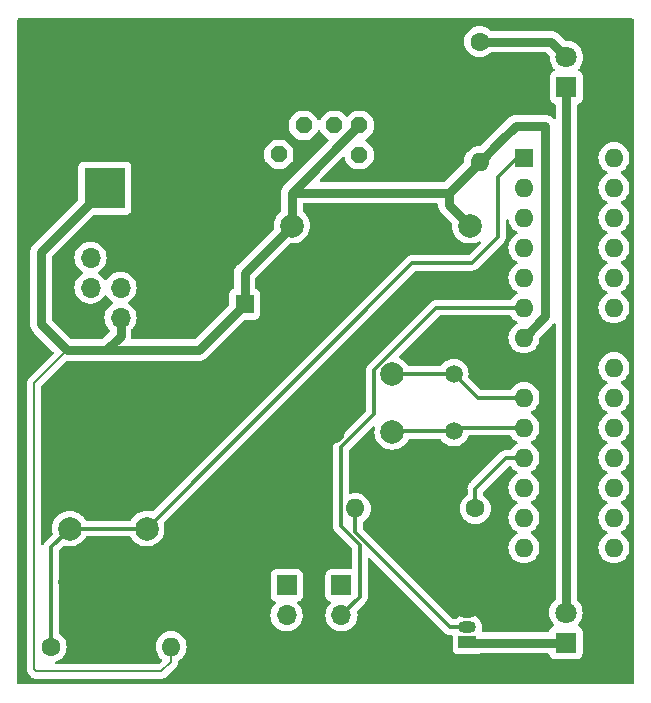
<source format=gbl>
G04 #@! TF.GenerationSoftware,KiCad,Pcbnew,7.0.6*
G04 #@! TF.CreationDate,2024-10-13T07:30:47+02:00*
G04 #@! TF.ProjectId,KeybJr,4b657962-4a72-42e6-9b69-6361645f7063,rev?*
G04 #@! TF.SameCoordinates,Original*
G04 #@! TF.FileFunction,Copper,L2,Bot*
G04 #@! TF.FilePolarity,Positive*
%FSLAX46Y46*%
G04 Gerber Fmt 4.6, Leading zero omitted, Abs format (unit mm)*
G04 Created by KiCad (PCBNEW 7.0.6) date 2024-10-13 07:30:47*
%MOMM*%
%LPD*%
G01*
G04 APERTURE LIST*
G04 Aperture macros list*
%AMRoundRect*
0 Rectangle with rounded corners*
0 $1 Rounding radius*
0 $2 $3 $4 $5 $6 $7 $8 $9 X,Y pos of 4 corners*
0 Add a 4 corners polygon primitive as box body*
4,1,4,$2,$3,$4,$5,$6,$7,$8,$9,$2,$3,0*
0 Add four circle primitives for the rounded corners*
1,1,$1+$1,$2,$3*
1,1,$1+$1,$4,$5*
1,1,$1+$1,$6,$7*
1,1,$1+$1,$8,$9*
0 Add four rect primitives between the rounded corners*
20,1,$1+$1,$2,$3,$4,$5,0*
20,1,$1+$1,$4,$5,$6,$7,0*
20,1,$1+$1,$6,$7,$8,$9,0*
20,1,$1+$1,$8,$9,$2,$3,0*%
%AMOutline5P*
0 Free polygon, 5 corners , with rotation*
0 The origin of the aperture is its center*
0 number of corners: always 5*
0 $1 to $10 corner X, Y*
0 $11 Rotation angle, in degrees counterclockwise*
0 create outline with 5 corners*
4,1,5,$1,$2,$3,$4,$5,$6,$7,$8,$9,$10,$1,$2,$11*%
%AMOutline6P*
0 Free polygon, 6 corners , with rotation*
0 The origin of the aperture is its center*
0 number of corners: always 6*
0 $1 to $12 corner X, Y*
0 $13 Rotation angle, in degrees counterclockwise*
0 create outline with 6 corners*
4,1,6,$1,$2,$3,$4,$5,$6,$7,$8,$9,$10,$11,$12,$1,$2,$13*%
%AMOutline7P*
0 Free polygon, 7 corners , with rotation*
0 The origin of the aperture is its center*
0 number of corners: always 7*
0 $1 to $14 corner X, Y*
0 $15 Rotation angle, in degrees counterclockwise*
0 create outline with 7 corners*
4,1,7,$1,$2,$3,$4,$5,$6,$7,$8,$9,$10,$11,$12,$13,$14,$1,$2,$15*%
%AMOutline8P*
0 Free polygon, 8 corners , with rotation*
0 The origin of the aperture is its center*
0 number of corners: always 8*
0 $1 to $16 corner X, Y*
0 $17 Rotation angle, in degrees counterclockwise*
0 create outline with 8 corners*
4,1,8,$1,$2,$3,$4,$5,$6,$7,$8,$9,$10,$11,$12,$13,$14,$15,$16,$1,$2,$17*%
G04 Aperture macros list end*
G04 #@! TA.AperFunction,ComponentPad*
%ADD10R,1.600000X1.600000*%
G04 #@! TD*
G04 #@! TA.AperFunction,ComponentPad*
%ADD11O,1.600000X1.600000*%
G04 #@! TD*
G04 #@! TA.AperFunction,ComponentPad*
%ADD12C,1.500000*%
G04 #@! TD*
G04 #@! TA.AperFunction,ComponentPad*
%ADD13R,1.700000X1.700000*%
G04 #@! TD*
G04 #@! TA.AperFunction,ComponentPad*
%ADD14O,1.700000X1.700000*%
G04 #@! TD*
G04 #@! TA.AperFunction,ComponentPad*
%ADD15C,1.600000*%
G04 #@! TD*
G04 #@! TA.AperFunction,ComponentPad*
%ADD16R,3.500000X3.500000*%
G04 #@! TD*
G04 #@! TA.AperFunction,ComponentPad*
%ADD17RoundRect,0.750000X-1.000000X0.750000X-1.000000X-0.750000X1.000000X-0.750000X1.000000X0.750000X0*%
G04 #@! TD*
G04 #@! TA.AperFunction,ComponentPad*
%ADD18RoundRect,0.875000X-0.875000X0.875000X-0.875000X-0.875000X0.875000X-0.875000X0.875000X0.875000X0*%
G04 #@! TD*
G04 #@! TA.AperFunction,ComponentPad*
%ADD19C,2.000000*%
G04 #@! TD*
G04 #@! TA.AperFunction,ComponentPad*
%ADD20R,1.500000X1.050000*%
G04 #@! TD*
G04 #@! TA.AperFunction,ComponentPad*
%ADD21O,1.500000X1.050000*%
G04 #@! TD*
G04 #@! TA.AperFunction,ComponentPad*
%ADD22R,1.800000X1.800000*%
G04 #@! TD*
G04 #@! TA.AperFunction,ComponentPad*
%ADD23C,1.800000*%
G04 #@! TD*
G04 #@! TA.AperFunction,ComponentPad*
%ADD24Outline8P,-0.711200X0.294589X-0.294589X0.711200X0.294589X0.711200X0.711200X0.294589X0.711200X-0.294589X0.294589X-0.711200X-0.294589X-0.711200X-0.711200X-0.294589X0.000000*%
G04 #@! TD*
G04 #@! TA.AperFunction,ComponentPad*
%ADD25C,3.500000*%
G04 #@! TD*
G04 #@! TA.AperFunction,Conductor*
%ADD26C,0.200000*%
G04 #@! TD*
G04 #@! TA.AperFunction,Conductor*
%ADD27C,0.800000*%
G04 #@! TD*
G04 #@! TA.AperFunction,Conductor*
%ADD28C,0.300000*%
G04 #@! TD*
G04 APERTURE END LIST*
D10*
X143400000Y-55300000D03*
D11*
X143400000Y-57840000D03*
X143400000Y-60380000D03*
X143400000Y-62920000D03*
X143400000Y-65460000D03*
X143400000Y-68000000D03*
X143400000Y-70540000D03*
X143400000Y-73080000D03*
X143400000Y-75620000D03*
X143400000Y-78160000D03*
X143400000Y-80700000D03*
X143400000Y-83240000D03*
X143400000Y-85780000D03*
X143400000Y-88320000D03*
X151020000Y-88320000D03*
X151020000Y-85780000D03*
X151020000Y-83240000D03*
X151020000Y-80700000D03*
X151020000Y-78160000D03*
X151020000Y-75620000D03*
X151020000Y-73080000D03*
X151020000Y-70540000D03*
X151020000Y-68000000D03*
X151020000Y-65460000D03*
X151020000Y-62920000D03*
X151020000Y-60380000D03*
X151020000Y-57840000D03*
X151020000Y-55300000D03*
D12*
X137450000Y-78480000D03*
X137450000Y-73600000D03*
D13*
X123300000Y-91500000D03*
D14*
X123300000Y-94040000D03*
X123300000Y-96580000D03*
D10*
X119750000Y-67700000D03*
D15*
X117250000Y-67700000D03*
D16*
X107900000Y-57900000D03*
D17*
X107900000Y-51900000D03*
D18*
X103200000Y-54900000D03*
D19*
X127250000Y-73650000D03*
X132250000Y-73650000D03*
D20*
X138610000Y-96320000D03*
D21*
X138610000Y-95050000D03*
X138610000Y-93780000D03*
D13*
X127950000Y-91500000D03*
D14*
X127950000Y-94040000D03*
X127950000Y-96580000D03*
D15*
X139280000Y-85000000D03*
D11*
X129120000Y-85000000D03*
D22*
X146950000Y-96350000D03*
D23*
X146950000Y-93810000D03*
D19*
X127250000Y-78500000D03*
X132250000Y-78500000D03*
D14*
X109240000Y-66300000D03*
X109240000Y-68840000D03*
X106700000Y-63760000D03*
X106700000Y-66300000D03*
X106700000Y-68840000D03*
D15*
X103370000Y-96700000D03*
D11*
X113530000Y-96700000D03*
D24*
X124750000Y-52550000D03*
X127350000Y-52550000D03*
X122650000Y-52550000D03*
X129450000Y-52550000D03*
X122650000Y-55000000D03*
X129450000Y-55050000D03*
D25*
X132850000Y-49550000D03*
X126050000Y-48750000D03*
X119300000Y-49550000D03*
D15*
X139650000Y-45470000D03*
D11*
X139650000Y-55630000D03*
D19*
X123750000Y-61050000D03*
X128750000Y-61050000D03*
D22*
X147000000Y-49340000D03*
D23*
X147000000Y-46800000D03*
D19*
X104950000Y-86700000D03*
X111450000Y-86700000D03*
X104950000Y-91200000D03*
X111450000Y-91200000D03*
X138800000Y-61050000D03*
X133800000Y-61050000D03*
D26*
X113530000Y-96700000D02*
X113530000Y-97970000D01*
X113530000Y-97970000D02*
X112700000Y-98800000D01*
X112700000Y-98800000D02*
X102100000Y-98800000D01*
X101900000Y-98600000D02*
X101900000Y-74400000D01*
X102100000Y-98800000D02*
X101900000Y-98600000D01*
X101900000Y-74400000D02*
X104700000Y-71600000D01*
D27*
X115850000Y-71600000D02*
X108000000Y-71600000D01*
X123750000Y-61050000D02*
X123750000Y-58250000D01*
X119750000Y-67700000D02*
X115850000Y-71600000D01*
X142700000Y-52600000D02*
X145200000Y-52600000D01*
X119750000Y-67700000D02*
X119750000Y-65050000D01*
X141400000Y-53900000D02*
X142700000Y-52600000D01*
X138800000Y-61050000D02*
X137030000Y-59280000D01*
X123750000Y-58250000D02*
X137030000Y-58250000D01*
X102500000Y-69400000D02*
X104700000Y-71600000D01*
X107900000Y-57900000D02*
X102500000Y-63300000D01*
X145200000Y-52600000D02*
X145200000Y-68740000D01*
X137030000Y-59280000D02*
X137030000Y-58250000D01*
X109240000Y-70360000D02*
X109240000Y-68840000D01*
X141380000Y-53900000D02*
X141400000Y-53900000D01*
X123750000Y-58250000D02*
X129450000Y-52550000D01*
X137030000Y-58250000D02*
X139650000Y-55630000D01*
X119750000Y-65050000D02*
X123750000Y-61050000D01*
X139650000Y-55630000D02*
X141380000Y-53900000D01*
X145200000Y-68740000D02*
X143400000Y-70540000D01*
X104700000Y-71600000D02*
X108000000Y-71600000D01*
X102500000Y-63300000D02*
X102500000Y-69400000D01*
X108000000Y-71600000D02*
X109240000Y-70360000D01*
D28*
X137450000Y-73600000D02*
X132300000Y-73600000D01*
X139470000Y-75620000D02*
X137450000Y-73600000D01*
X132300000Y-73600000D02*
X132250000Y-73650000D01*
X143400000Y-75620000D02*
X139470000Y-75620000D01*
X132270000Y-78480000D02*
X132250000Y-78500000D01*
X137770000Y-78160000D02*
X137450000Y-78480000D01*
X137450000Y-78480000D02*
X132270000Y-78480000D01*
X143400000Y-78160000D02*
X137770000Y-78160000D01*
X147000000Y-93760000D02*
X146950000Y-93810000D01*
D27*
X147000000Y-49340000D02*
X147000000Y-93760000D01*
X139650000Y-45470000D02*
X145670000Y-45470000D01*
X145670000Y-45470000D02*
X147000000Y-46800000D01*
X146950000Y-96350000D02*
X138640000Y-96350000D01*
D28*
X138640000Y-96350000D02*
X138610000Y-96320000D01*
X127950000Y-94040000D02*
X129500000Y-92490000D01*
X127900000Y-79800000D02*
X130700000Y-77000000D01*
X135990811Y-68000000D02*
X143400000Y-68000000D01*
X129500000Y-92490000D02*
X129500000Y-88107106D01*
X127900000Y-86507106D02*
X127900000Y-79800000D01*
X130700000Y-73290811D02*
X135990811Y-68000000D01*
X130700000Y-77000000D02*
X130700000Y-73290811D01*
X129500000Y-88107106D02*
X127900000Y-86507106D01*
X142800000Y-55300000D02*
X143400000Y-55300000D01*
X103370000Y-96700000D02*
X103370000Y-88280000D01*
X133950000Y-64200000D02*
X139000000Y-64200000D01*
X139000000Y-64200000D02*
X141200000Y-62000000D01*
X141200000Y-62000000D02*
X141200000Y-56900000D01*
X141200000Y-56900000D02*
X142800000Y-55300000D01*
X111450000Y-86700000D02*
X133950000Y-64200000D01*
X103370000Y-88280000D02*
X104950000Y-86700000D01*
X104950000Y-86700000D02*
X111450000Y-86700000D01*
X141900000Y-80700000D02*
X143400000Y-80700000D01*
X139280000Y-83320000D02*
X141900000Y-80700000D01*
X139280000Y-85000000D02*
X139280000Y-83320000D01*
X137150000Y-95050000D02*
X138610000Y-95050000D01*
X129120000Y-87020000D02*
X137150000Y-95050000D01*
X129120000Y-85000000D02*
X129120000Y-87020000D01*
G04 #@! TA.AperFunction,Conductor*
G36*
X142266192Y-68678185D02*
G01*
X142300725Y-68711373D01*
X142393802Y-68844300D01*
X142555700Y-69006198D01*
X142743251Y-69137523D01*
X142786345Y-69157618D01*
X142838784Y-69203791D01*
X142857936Y-69270984D01*
X142837720Y-69337865D01*
X142786345Y-69382382D01*
X142743251Y-69402476D01*
X142647257Y-69469693D01*
X142555700Y-69533802D01*
X142555698Y-69533803D01*
X142555695Y-69533806D01*
X142393806Y-69695695D01*
X142393803Y-69695698D01*
X142393802Y-69695700D01*
X142340691Y-69771550D01*
X142262476Y-69883252D01*
X142262475Y-69883254D01*
X142165718Y-70090750D01*
X142165714Y-70090761D01*
X142106457Y-70311910D01*
X142106456Y-70311918D01*
X142086502Y-70539998D01*
X142086502Y-70540001D01*
X142106456Y-70768081D01*
X142106457Y-70768089D01*
X142165714Y-70989238D01*
X142165718Y-70989249D01*
X142262475Y-71196745D01*
X142262477Y-71196749D01*
X142393802Y-71384300D01*
X142555700Y-71546198D01*
X142743251Y-71677523D01*
X142843887Y-71724450D01*
X142950750Y-71774281D01*
X142950752Y-71774281D01*
X142950757Y-71774284D01*
X143171913Y-71833543D01*
X143334832Y-71847796D01*
X143399998Y-71853498D01*
X143400000Y-71853498D01*
X143400002Y-71853498D01*
X143457021Y-71848509D01*
X143628087Y-71833543D01*
X143849243Y-71774284D01*
X144056749Y-71677523D01*
X144244300Y-71546198D01*
X144406198Y-71384300D01*
X144537523Y-71196749D01*
X144634284Y-70989243D01*
X144693543Y-70768087D01*
X144712315Y-70553521D01*
X144737766Y-70488455D01*
X144748153Y-70476658D01*
X145784951Y-69439860D01*
X145799738Y-69427231D01*
X145811253Y-69418866D01*
X145858144Y-69366786D01*
X145860346Y-69364465D01*
X145872625Y-69352188D01*
X145878372Y-69346442D01*
X145879141Y-69347211D01*
X145934822Y-69312898D01*
X146004679Y-69314220D01*
X146062732Y-69353100D01*
X146090550Y-69417193D01*
X146091500Y-69432515D01*
X146091500Y-92632724D01*
X146071815Y-92699763D01*
X146043664Y-92730576D01*
X145992783Y-92770179D01*
X145992776Y-92770185D01*
X145834686Y-92941915D01*
X145707015Y-93137331D01*
X145613251Y-93351092D01*
X145555948Y-93577377D01*
X145536673Y-93809994D01*
X145536673Y-93810005D01*
X145555948Y-94042622D01*
X145613251Y-94268907D01*
X145707015Y-94482668D01*
X145834686Y-94678084D01*
X145921856Y-94772775D01*
X145952779Y-94835429D01*
X145944919Y-94904855D01*
X145900772Y-94959011D01*
X145873963Y-94972939D01*
X145803794Y-94999111D01*
X145686739Y-95086739D01*
X145599111Y-95203795D01*
X145548011Y-95340797D01*
X145546780Y-95346008D01*
X145512210Y-95406726D01*
X145450302Y-95439116D01*
X145426102Y-95441500D01*
X139963439Y-95441500D01*
X139896400Y-95421815D01*
X139850645Y-95369011D01*
X139840701Y-95299853D01*
X139844778Y-95281505D01*
X139853546Y-95252601D01*
X139873501Y-95050000D01*
X139853546Y-94847399D01*
X139794450Y-94652583D01*
X139703629Y-94482669D01*
X139698485Y-94473045D01*
X139698483Y-94473043D01*
X139698482Y-94473040D01*
X139601758Y-94355181D01*
X139569331Y-94315668D01*
X139411961Y-94186519D01*
X139411954Y-94186514D01*
X139232424Y-94090553D01*
X139232421Y-94090552D01*
X139232420Y-94090551D01*
X139232417Y-94090550D01*
X139037601Y-94031454D01*
X139037599Y-94031453D01*
X139037601Y-94031453D01*
X138920402Y-94019910D01*
X138885775Y-94016500D01*
X138334225Y-94016500D01*
X138296748Y-94020191D01*
X138182400Y-94031453D01*
X138067374Y-94066345D01*
X137987583Y-94090550D01*
X137987580Y-94090551D01*
X137987578Y-94090552D01*
X137987575Y-94090553D01*
X137808045Y-94186514D01*
X137808038Y-94186519D01*
X137650668Y-94315668D01*
X137625641Y-94346165D01*
X137567896Y-94385499D01*
X137529788Y-94391500D01*
X137474122Y-94391500D01*
X137407083Y-94371815D01*
X137386441Y-94355181D01*
X129814819Y-86783559D01*
X129781334Y-86722236D01*
X129778500Y-86695878D01*
X129778500Y-86200846D01*
X129798185Y-86133807D01*
X129831377Y-86099271D01*
X129913883Y-86041500D01*
X129964300Y-86006198D01*
X130126198Y-85844300D01*
X130257523Y-85656749D01*
X130354284Y-85449243D01*
X130413543Y-85228087D01*
X130433498Y-85000000D01*
X130413543Y-84771913D01*
X130354284Y-84550757D01*
X130351933Y-84545716D01*
X130304405Y-84443791D01*
X130257523Y-84343251D01*
X130126198Y-84155700D01*
X129964300Y-83993802D01*
X129776749Y-83862477D01*
X129776745Y-83862475D01*
X129569249Y-83765718D01*
X129569238Y-83765714D01*
X129348089Y-83706457D01*
X129348081Y-83706456D01*
X129120002Y-83686502D01*
X129119998Y-83686502D01*
X128891918Y-83706456D01*
X128891907Y-83706458D01*
X128714593Y-83753969D01*
X128644743Y-83752306D01*
X128586881Y-83713143D01*
X128559377Y-83648915D01*
X128558500Y-83634194D01*
X128558500Y-81902136D01*
X128558500Y-80124118D01*
X128578184Y-80057083D01*
X128594813Y-80036446D01*
X130566990Y-78064268D01*
X130628313Y-78030784D01*
X130698005Y-78035768D01*
X130753938Y-78077640D01*
X130778355Y-78143104D01*
X130775245Y-78180896D01*
X130755466Y-78263284D01*
X130755465Y-78263289D01*
X130745643Y-78388087D01*
X130736835Y-78500000D01*
X130755465Y-78736714D01*
X130810895Y-78967595D01*
X130810895Y-78967597D01*
X130901757Y-79186959D01*
X130901759Y-79186962D01*
X131025820Y-79389410D01*
X131025821Y-79389413D01*
X131043289Y-79409865D01*
X131180031Y-79569969D01*
X131232551Y-79614825D01*
X131360586Y-79724178D01*
X131360589Y-79724179D01*
X131563037Y-79848240D01*
X131563040Y-79848242D01*
X131782403Y-79939104D01*
X131782404Y-79939104D01*
X131782406Y-79939105D01*
X132013289Y-79994535D01*
X132250000Y-80013165D01*
X132486711Y-79994535D01*
X132717594Y-79939105D01*
X132717596Y-79939104D01*
X132717597Y-79939104D01*
X132936959Y-79848242D01*
X132936960Y-79848241D01*
X132936963Y-79848240D01*
X133139416Y-79724176D01*
X133319969Y-79569969D01*
X133474176Y-79389416D01*
X133545342Y-79273285D01*
X133591655Y-79197710D01*
X133643467Y-79150835D01*
X133697382Y-79138500D01*
X136310192Y-79138500D01*
X136377231Y-79158185D01*
X136411765Y-79191374D01*
X136482251Y-79292038D01*
X136637962Y-79447749D01*
X136818346Y-79574056D01*
X137017924Y-79667120D01*
X137230629Y-79724115D01*
X137387322Y-79737823D01*
X137449998Y-79743307D01*
X137450000Y-79743307D01*
X137450002Y-79743307D01*
X137505940Y-79738413D01*
X137669371Y-79724115D01*
X137882076Y-79667120D01*
X138081654Y-79574056D01*
X138262038Y-79447749D01*
X138417749Y-79292038D01*
X138544056Y-79111654D01*
X138637120Y-78912076D01*
X138637569Y-78910399D01*
X138637968Y-78909744D01*
X138638970Y-78906993D01*
X138639523Y-78907194D01*
X138673937Y-78850741D01*
X138736786Y-78820216D01*
X138757342Y-78818500D01*
X142199153Y-78818500D01*
X142266192Y-78838185D01*
X142300725Y-78871373D01*
X142393802Y-79004300D01*
X142555700Y-79166198D01*
X142730485Y-79288584D01*
X142743251Y-79297523D01*
X142786345Y-79317618D01*
X142838784Y-79363791D01*
X142857936Y-79430984D01*
X142837720Y-79497865D01*
X142786345Y-79542382D01*
X142743251Y-79562476D01*
X142618126Y-79650090D01*
X142555700Y-79693802D01*
X142555698Y-79693803D01*
X142555695Y-79693806D01*
X142393806Y-79855695D01*
X142393803Y-79855698D01*
X142393802Y-79855700D01*
X142300726Y-79988625D01*
X142246150Y-80032249D01*
X142199153Y-80041500D01*
X141986391Y-80041500D01*
X141970247Y-80039717D01*
X141970226Y-80039945D01*
X141962464Y-80039211D01*
X141962463Y-80039211D01*
X141889626Y-80041500D01*
X141858568Y-80041500D01*
X141858565Y-80041500D01*
X141858552Y-80041501D01*
X141851176Y-80042432D01*
X141845358Y-80042890D01*
X141796171Y-80044436D01*
X141775416Y-80050466D01*
X141756370Y-80054410D01*
X141734932Y-80057118D01*
X141689184Y-80075231D01*
X141683659Y-80077123D01*
X141636399Y-80090855D01*
X141617808Y-80101850D01*
X141600339Y-80110408D01*
X141580246Y-80118364D01*
X141580245Y-80118364D01*
X141580244Y-80118365D01*
X141555641Y-80136239D01*
X141540433Y-80147289D01*
X141535550Y-80150496D01*
X141493192Y-80175546D01*
X141477913Y-80190826D01*
X141463127Y-80203455D01*
X141445643Y-80216159D01*
X141445641Y-80216161D01*
X141445640Y-80216162D01*
X141414271Y-80254078D01*
X141410339Y-80258399D01*
X138875453Y-82793285D01*
X138862785Y-82803435D01*
X138862931Y-82803611D01*
X138856920Y-82808583D01*
X138807053Y-82861686D01*
X138785072Y-82883667D01*
X138780492Y-82889569D01*
X138776708Y-82893998D01*
X138743029Y-82929865D01*
X138743024Y-82929872D01*
X138732618Y-82948800D01*
X138721942Y-82965054D01*
X138708695Y-82982133D01*
X138689150Y-83027297D01*
X138686580Y-83032543D01*
X138662876Y-83075661D01*
X138657502Y-83096589D01*
X138651203Y-83114987D01*
X138642619Y-83134825D01*
X138634923Y-83183420D01*
X138633738Y-83189143D01*
X138621500Y-83236809D01*
X138621500Y-83258413D01*
X138619974Y-83277808D01*
X138616594Y-83299151D01*
X138621225Y-83348143D01*
X138621500Y-83353981D01*
X138621500Y-83799152D01*
X138601815Y-83866191D01*
X138568624Y-83900726D01*
X138435699Y-83993802D01*
X138273806Y-84155695D01*
X138273803Y-84155698D01*
X138273802Y-84155700D01*
X138191767Y-84272856D01*
X138142476Y-84343252D01*
X138142475Y-84343254D01*
X138045718Y-84550750D01*
X138045714Y-84550761D01*
X137986457Y-84771910D01*
X137986456Y-84771918D01*
X137966502Y-84999998D01*
X137966502Y-85000001D01*
X137986456Y-85228081D01*
X137986457Y-85228089D01*
X138045714Y-85449238D01*
X138045718Y-85449249D01*
X138130018Y-85630031D01*
X138142477Y-85656749D01*
X138273802Y-85844300D01*
X138435700Y-86006198D01*
X138623251Y-86137523D01*
X138748091Y-86195736D01*
X138830750Y-86234281D01*
X138830752Y-86234281D01*
X138830757Y-86234284D01*
X139051913Y-86293543D01*
X139214832Y-86307796D01*
X139279998Y-86313498D01*
X139280000Y-86313498D01*
X139280002Y-86313498D01*
X139337021Y-86308509D01*
X139508087Y-86293543D01*
X139729243Y-86234284D01*
X139936749Y-86137523D01*
X140124300Y-86006198D01*
X140286198Y-85844300D01*
X140417523Y-85656749D01*
X140514284Y-85449243D01*
X140573543Y-85228087D01*
X140593498Y-85000000D01*
X140573543Y-84771913D01*
X140514284Y-84550757D01*
X140511933Y-84545716D01*
X140464405Y-84443791D01*
X140417523Y-84343251D01*
X140286198Y-84155700D01*
X140124300Y-83993802D01*
X140124299Y-83993802D01*
X139991376Y-83900726D01*
X139947751Y-83846149D01*
X139938500Y-83799152D01*
X139938500Y-83644121D01*
X139958185Y-83577082D01*
X139974814Y-83556445D01*
X142121757Y-81409502D01*
X142183078Y-81376019D01*
X142252770Y-81381003D01*
X142308703Y-81422875D01*
X142310977Y-81426014D01*
X142393802Y-81544300D01*
X142555700Y-81706198D01*
X142743251Y-81837522D01*
X142743251Y-81837523D01*
X142786345Y-81857618D01*
X142838784Y-81903791D01*
X142857936Y-81970984D01*
X142837720Y-82037865D01*
X142786345Y-82082382D01*
X142743251Y-82102476D01*
X142618126Y-82190090D01*
X142555700Y-82233802D01*
X142555698Y-82233803D01*
X142555695Y-82233806D01*
X142393806Y-82395695D01*
X142262476Y-82583252D01*
X142262475Y-82583254D01*
X142165718Y-82790750D01*
X142165714Y-82790761D01*
X142106457Y-83011910D01*
X142106456Y-83011918D01*
X142086502Y-83239998D01*
X142086502Y-83240001D01*
X142106456Y-83468081D01*
X142106457Y-83468089D01*
X142165714Y-83689238D01*
X142165718Y-83689249D01*
X142262475Y-83896745D01*
X142262477Y-83896749D01*
X142393802Y-84084300D01*
X142555700Y-84246198D01*
X142694310Y-84343254D01*
X142743251Y-84377523D01*
X142786345Y-84397618D01*
X142838784Y-84443791D01*
X142857936Y-84510984D01*
X142837720Y-84577865D01*
X142786345Y-84622382D01*
X142743251Y-84642476D01*
X142618126Y-84730090D01*
X142555700Y-84773802D01*
X142555698Y-84773803D01*
X142555695Y-84773806D01*
X142393806Y-84935695D01*
X142262476Y-85123252D01*
X142262475Y-85123254D01*
X142165718Y-85330750D01*
X142165714Y-85330761D01*
X142106457Y-85551910D01*
X142106456Y-85551918D01*
X142086502Y-85779998D01*
X142086502Y-85780001D01*
X142106456Y-86008081D01*
X142106457Y-86008089D01*
X142165714Y-86229238D01*
X142165718Y-86229249D01*
X142195699Y-86293543D01*
X142262477Y-86436749D01*
X142393802Y-86624300D01*
X142555700Y-86786198D01*
X142738091Y-86913910D01*
X142743251Y-86917523D01*
X142786345Y-86937618D01*
X142838784Y-86983791D01*
X142857936Y-87050984D01*
X142837720Y-87117865D01*
X142786345Y-87162382D01*
X142743251Y-87182476D01*
X142618126Y-87270090D01*
X142555700Y-87313802D01*
X142555698Y-87313803D01*
X142555695Y-87313806D01*
X142393806Y-87475695D01*
X142262476Y-87663252D01*
X142262475Y-87663254D01*
X142165718Y-87870750D01*
X142165714Y-87870761D01*
X142106457Y-88091910D01*
X142106456Y-88091918D01*
X142086502Y-88319998D01*
X142086502Y-88320001D01*
X142106456Y-88548081D01*
X142106457Y-88548089D01*
X142165714Y-88769238D01*
X142165718Y-88769249D01*
X142262475Y-88976745D01*
X142262477Y-88976749D01*
X142393802Y-89164300D01*
X142555700Y-89326198D01*
X142743251Y-89457523D01*
X142868091Y-89515736D01*
X142950750Y-89554281D01*
X142950752Y-89554281D01*
X142950757Y-89554284D01*
X143171913Y-89613543D01*
X143334832Y-89627796D01*
X143399998Y-89633498D01*
X143400000Y-89633498D01*
X143400002Y-89633498D01*
X143457021Y-89628509D01*
X143628087Y-89613543D01*
X143849243Y-89554284D01*
X144056749Y-89457523D01*
X144244300Y-89326198D01*
X144406198Y-89164300D01*
X144537523Y-88976749D01*
X144634284Y-88769243D01*
X144693543Y-88548087D01*
X144713498Y-88320000D01*
X144708174Y-88259152D01*
X144698303Y-88146319D01*
X144693543Y-88091913D01*
X144634284Y-87870757D01*
X144537523Y-87663251D01*
X144406198Y-87475700D01*
X144244300Y-87313802D01*
X144056749Y-87182477D01*
X144013655Y-87162382D01*
X143961215Y-87116210D01*
X143942063Y-87049017D01*
X143962278Y-86982136D01*
X144013655Y-86937618D01*
X144031735Y-86929187D01*
X144056749Y-86917523D01*
X144244300Y-86786198D01*
X144406198Y-86624300D01*
X144537523Y-86436749D01*
X144634284Y-86229243D01*
X144693543Y-86008087D01*
X144713498Y-85780000D01*
X144693543Y-85551913D01*
X144634284Y-85330757D01*
X144537523Y-85123251D01*
X144406198Y-84935700D01*
X144244300Y-84773802D01*
X144056749Y-84642477D01*
X144013655Y-84622382D01*
X143961215Y-84576210D01*
X143942063Y-84509017D01*
X143962278Y-84442136D01*
X144013655Y-84397618D01*
X144016882Y-84396112D01*
X144056749Y-84377523D01*
X144244300Y-84246198D01*
X144406198Y-84084300D01*
X144537523Y-83896749D01*
X144634284Y-83689243D01*
X144693543Y-83468087D01*
X144713498Y-83240000D01*
X144693543Y-83011913D01*
X144634284Y-82790757D01*
X144537523Y-82583251D01*
X144406198Y-82395700D01*
X144244300Y-82233802D01*
X144056749Y-82102477D01*
X144013655Y-82082382D01*
X143961215Y-82036210D01*
X143942063Y-81969017D01*
X143962278Y-81902136D01*
X144013655Y-81857618D01*
X144016882Y-81856112D01*
X144056749Y-81837523D01*
X144244300Y-81706198D01*
X144406198Y-81544300D01*
X144537523Y-81356749D01*
X144634284Y-81149243D01*
X144693543Y-80928087D01*
X144713498Y-80700000D01*
X144693543Y-80471913D01*
X144634284Y-80250757D01*
X144537523Y-80043251D01*
X144406198Y-79855700D01*
X144244300Y-79693802D01*
X144056749Y-79562477D01*
X144013655Y-79542382D01*
X143961215Y-79496210D01*
X143942063Y-79429017D01*
X143962278Y-79362136D01*
X144013655Y-79317618D01*
X144016882Y-79316112D01*
X144056749Y-79297523D01*
X144244300Y-79166198D01*
X144406198Y-79004300D01*
X144537523Y-78816749D01*
X144634284Y-78609243D01*
X144693543Y-78388087D01*
X144713498Y-78160000D01*
X144693543Y-77931913D01*
X144634284Y-77710757D01*
X144614328Y-77667962D01*
X144587573Y-77610584D01*
X144537523Y-77503251D01*
X144406198Y-77315700D01*
X144244300Y-77153802D01*
X144056749Y-77022477D01*
X144020266Y-77005465D01*
X144013655Y-77002382D01*
X143961215Y-76956210D01*
X143942063Y-76889017D01*
X143962278Y-76822136D01*
X144013655Y-76777618D01*
X144016882Y-76776112D01*
X144056749Y-76757523D01*
X144244300Y-76626198D01*
X144406198Y-76464300D01*
X144537523Y-76276749D01*
X144634284Y-76069243D01*
X144693543Y-75848087D01*
X144713498Y-75620000D01*
X144693543Y-75391913D01*
X144634284Y-75170757D01*
X144630743Y-75163164D01*
X144553839Y-74998242D01*
X144537523Y-74963251D01*
X144406198Y-74775700D01*
X144244300Y-74613802D01*
X144056749Y-74482477D01*
X144013655Y-74462382D01*
X143849249Y-74385718D01*
X143849238Y-74385714D01*
X143628089Y-74326457D01*
X143628081Y-74326456D01*
X143400002Y-74306502D01*
X143399998Y-74306502D01*
X143171918Y-74326456D01*
X143171910Y-74326457D01*
X142950761Y-74385714D01*
X142950750Y-74385718D01*
X142743254Y-74482475D01*
X142743252Y-74482476D01*
X142743249Y-74482477D01*
X142743251Y-74482477D01*
X142555700Y-74613802D01*
X142555698Y-74613803D01*
X142555695Y-74613806D01*
X142393806Y-74775695D01*
X142393803Y-74775698D01*
X142393802Y-74775700D01*
X142300726Y-74908625D01*
X142246150Y-74952249D01*
X142199153Y-74961500D01*
X139794121Y-74961500D01*
X139727082Y-74941815D01*
X139706440Y-74925181D01*
X138724982Y-73943722D01*
X138691497Y-73882399D01*
X138692891Y-73823939D01*
X138692946Y-73823730D01*
X138694115Y-73819371D01*
X138713307Y-73600000D01*
X138694115Y-73380629D01*
X138637120Y-73167924D01*
X138544056Y-72968347D01*
X138544054Y-72968344D01*
X138544053Y-72968342D01*
X138448932Y-72832496D01*
X138417749Y-72787962D01*
X138262038Y-72632251D01*
X138081654Y-72505944D01*
X138060434Y-72496049D01*
X137882081Y-72412882D01*
X137882079Y-72412881D01*
X137882076Y-72412880D01*
X137730777Y-72372339D01*
X137669372Y-72355885D01*
X137669365Y-72355884D01*
X137450002Y-72336693D01*
X137449998Y-72336693D01*
X137230634Y-72355884D01*
X137230627Y-72355885D01*
X137017920Y-72412881D01*
X136818346Y-72505944D01*
X136818342Y-72505946D01*
X136637967Y-72632247D01*
X136637960Y-72632252D01*
X136482251Y-72787961D01*
X136482247Y-72787967D01*
X136411765Y-72888625D01*
X136357190Y-72932248D01*
X136310192Y-72941500D01*
X133654485Y-72941500D01*
X133587446Y-72921815D01*
X133548758Y-72882290D01*
X133474179Y-72760588D01*
X133474178Y-72760586D01*
X133439340Y-72719797D01*
X133319969Y-72580031D01*
X133171035Y-72452829D01*
X133139413Y-72425821D01*
X133139410Y-72425820D01*
X132936962Y-72301759D01*
X132936959Y-72301757D01*
X132884508Y-72280032D01*
X132830104Y-72236192D01*
X132808039Y-72169898D01*
X132825318Y-72102198D01*
X132844275Y-72077794D01*
X136227251Y-68694819D01*
X136288575Y-68661334D01*
X136314933Y-68658500D01*
X142199153Y-68658500D01*
X142266192Y-68678185D01*
G37*
G04 #@! TD.AperFunction*
G04 #@! TA.AperFunction,Conductor*
G36*
X136063254Y-59178185D02*
G01*
X136109009Y-59230989D01*
X136120045Y-59276012D01*
X136121415Y-59302160D01*
X136121500Y-59305404D01*
X136121500Y-59327610D01*
X136123303Y-59344776D01*
X136123820Y-59349693D01*
X136124074Y-59352925D01*
X136127742Y-59422901D01*
X136131424Y-59436640D01*
X136134969Y-59455767D01*
X136136457Y-59469927D01*
X136147378Y-59503540D01*
X136158121Y-59536604D01*
X136159028Y-59539663D01*
X136168282Y-59574200D01*
X136177171Y-59607373D01*
X136183631Y-59620051D01*
X136191073Y-59638018D01*
X136195470Y-59651550D01*
X136195471Y-59651553D01*
X136195473Y-59651556D01*
X136230521Y-59712262D01*
X136232055Y-59715087D01*
X136254532Y-59759201D01*
X136263868Y-59777524D01*
X136263873Y-59777533D01*
X136272827Y-59788590D01*
X136283838Y-59804610D01*
X136290960Y-59816944D01*
X136290962Y-59816947D01*
X136337846Y-59869017D01*
X136339946Y-59871476D01*
X136353928Y-59888741D01*
X136353930Y-59888744D01*
X136353931Y-59888744D01*
X136369625Y-59904438D01*
X136371846Y-59906777D01*
X136418747Y-59958866D01*
X136430257Y-59967228D01*
X136445052Y-59979865D01*
X137263073Y-60797886D01*
X137296558Y-60859209D01*
X137299010Y-60895295D01*
X137286835Y-61049999D01*
X137305465Y-61286714D01*
X137360895Y-61517595D01*
X137360895Y-61517597D01*
X137451757Y-61736959D01*
X137451759Y-61736962D01*
X137575820Y-61939410D01*
X137575821Y-61939413D01*
X137604780Y-61973319D01*
X137730031Y-62119969D01*
X137806379Y-62185176D01*
X137910586Y-62274178D01*
X137910589Y-62274179D01*
X138113037Y-62398240D01*
X138113040Y-62398242D01*
X138332403Y-62489104D01*
X138332404Y-62489104D01*
X138332406Y-62489105D01*
X138563289Y-62544535D01*
X138800000Y-62563165D01*
X139036711Y-62544535D01*
X139267594Y-62489105D01*
X139267596Y-62489104D01*
X139267597Y-62489104D01*
X139486959Y-62398242D01*
X139486960Y-62398241D01*
X139486963Y-62398240D01*
X139584219Y-62338640D01*
X139651664Y-62320396D01*
X139718267Y-62341512D01*
X139762880Y-62395284D01*
X139771341Y-62464639D01*
X139740962Y-62527559D01*
X139736690Y-62532049D01*
X138763559Y-63505181D01*
X138702236Y-63538666D01*
X138675878Y-63541500D01*
X134036391Y-63541500D01*
X134020253Y-63539718D01*
X134020232Y-63539946D01*
X134012465Y-63539211D01*
X133939658Y-63541500D01*
X133908566Y-63541500D01*
X133901172Y-63542433D01*
X133895354Y-63542891D01*
X133846173Y-63544437D01*
X133846163Y-63544439D01*
X133825422Y-63550464D01*
X133806382Y-63554407D01*
X133784946Y-63557116D01*
X133784931Y-63557119D01*
X133739178Y-63575233D01*
X133733654Y-63577124D01*
X133686399Y-63590855D01*
X133667808Y-63601850D01*
X133650339Y-63610408D01*
X133630246Y-63618364D01*
X133630245Y-63618364D01*
X133630244Y-63618365D01*
X133605641Y-63636239D01*
X133590433Y-63647289D01*
X133585550Y-63650496D01*
X133543192Y-63675546D01*
X133527913Y-63690826D01*
X133513127Y-63703455D01*
X133495643Y-63716159D01*
X133495641Y-63716161D01*
X133495640Y-63716162D01*
X133464271Y-63754078D01*
X133460339Y-63758399D01*
X111999155Y-85219583D01*
X111937832Y-85253068D01*
X111882527Y-85252476D01*
X111686714Y-85205465D01*
X111509177Y-85191492D01*
X111450000Y-85186835D01*
X111449999Y-85186835D01*
X111213285Y-85205465D01*
X110982404Y-85260895D01*
X110982402Y-85260895D01*
X110763040Y-85351757D01*
X110763037Y-85351759D01*
X110560589Y-85475820D01*
X110560586Y-85475821D01*
X110380031Y-85630031D01*
X110225821Y-85810586D01*
X110225820Y-85810589D01*
X110120601Y-85982290D01*
X110068789Y-86029165D01*
X110014874Y-86041500D01*
X106385126Y-86041500D01*
X106318087Y-86021815D01*
X106279399Y-85982290D01*
X106174179Y-85810589D01*
X106174178Y-85810586D01*
X106042788Y-85656749D01*
X106019969Y-85630031D01*
X105900596Y-85528076D01*
X105839413Y-85475821D01*
X105839410Y-85475820D01*
X105636962Y-85351759D01*
X105636959Y-85351757D01*
X105417596Y-85260895D01*
X105186714Y-85205465D01*
X105009177Y-85191492D01*
X104950000Y-85186835D01*
X104949999Y-85186835D01*
X104713285Y-85205465D01*
X104482404Y-85260895D01*
X104482402Y-85260895D01*
X104263040Y-85351757D01*
X104263037Y-85351759D01*
X104060589Y-85475820D01*
X104060586Y-85475821D01*
X103880031Y-85630031D01*
X103725821Y-85810586D01*
X103725820Y-85810589D01*
X103601759Y-86013037D01*
X103601757Y-86013040D01*
X103510895Y-86232402D01*
X103510895Y-86232404D01*
X103455465Y-86463285D01*
X103436835Y-86699999D01*
X103455465Y-86936714D01*
X103502476Y-87132528D01*
X103498985Y-87202311D01*
X103469583Y-87249156D01*
X102965453Y-87753285D01*
X102952785Y-87763435D01*
X102952931Y-87763611D01*
X102946920Y-87768583D01*
X102897053Y-87821686D01*
X102875072Y-87843667D01*
X102870492Y-87849569D01*
X102866708Y-87853998D01*
X102833029Y-87889865D01*
X102833024Y-87889872D01*
X102822618Y-87908800D01*
X102811942Y-87925054D01*
X102798695Y-87942133D01*
X102779150Y-87987297D01*
X102776580Y-87992543D01*
X102752876Y-88035661D01*
X102752874Y-88035664D01*
X102752603Y-88036724D01*
X102752163Y-88037462D01*
X102750005Y-88042914D01*
X102749125Y-88042565D01*
X102716863Y-88096761D01*
X102654338Y-88127945D01*
X102584880Y-88120375D01*
X102530541Y-88076454D01*
X102508573Y-88010128D01*
X102508500Y-88005883D01*
X102508500Y-74703410D01*
X102528185Y-74636371D01*
X102544814Y-74615734D01*
X104614215Y-72546332D01*
X104675536Y-72512849D01*
X104708379Y-72510185D01*
X104747810Y-72512252D01*
X104761857Y-72510027D01*
X104781257Y-72508500D01*
X107918743Y-72508500D01*
X107938142Y-72510027D01*
X107952190Y-72512252D01*
X108022160Y-72508584D01*
X108025404Y-72508500D01*
X115768743Y-72508500D01*
X115788142Y-72510027D01*
X115802190Y-72512252D01*
X115872160Y-72508584D01*
X115875404Y-72508500D01*
X115897609Y-72508500D01*
X115897610Y-72508500D01*
X115919710Y-72506177D01*
X115922911Y-72505925D01*
X115992903Y-72502257D01*
X116006648Y-72498573D01*
X116025769Y-72495029D01*
X116039928Y-72493542D01*
X116106618Y-72471872D01*
X116109669Y-72470969D01*
X116177370Y-72452829D01*
X116190040Y-72446372D01*
X116208017Y-72438925D01*
X116221556Y-72434527D01*
X116282270Y-72399472D01*
X116285051Y-72397961D01*
X116347530Y-72366129D01*
X116358599Y-72357165D01*
X116374618Y-72346156D01*
X116386944Y-72339040D01*
X116439058Y-72292115D01*
X116441449Y-72290074D01*
X116458741Y-72276072D01*
X116474465Y-72260346D01*
X116476786Y-72258144D01*
X116528866Y-72211253D01*
X116537231Y-72199738D01*
X116549860Y-72184951D01*
X119689993Y-69044819D01*
X119751317Y-69011334D01*
X119777675Y-69008500D01*
X120598638Y-69008500D01*
X120598654Y-69008499D01*
X120625692Y-69005591D01*
X120659201Y-69001989D01*
X120796204Y-68950889D01*
X120913261Y-68863261D01*
X121000889Y-68746204D01*
X121051989Y-68609201D01*
X121055591Y-68575692D01*
X121058499Y-68548654D01*
X121058499Y-68548647D01*
X121058500Y-68548638D01*
X121058500Y-66851362D01*
X121058499Y-66851352D01*
X121058499Y-66851345D01*
X121055157Y-66820270D01*
X121051989Y-66790799D01*
X121050425Y-66786606D01*
X121015990Y-66694284D01*
X121000889Y-66653796D01*
X120913261Y-66536739D01*
X120796204Y-66449111D01*
X120796204Y-66449110D01*
X120739165Y-66427836D01*
X120683232Y-66385964D01*
X120658816Y-66320500D01*
X120658500Y-66311655D01*
X120658500Y-65477674D01*
X120678185Y-65410635D01*
X120694814Y-65389998D01*
X123497887Y-62586924D01*
X123559208Y-62553441D01*
X123595294Y-62550989D01*
X123750000Y-62563165D01*
X123986711Y-62544535D01*
X124217594Y-62489105D01*
X124217596Y-62489104D01*
X124217597Y-62489104D01*
X124436959Y-62398242D01*
X124436960Y-62398241D01*
X124436963Y-62398240D01*
X124639416Y-62274176D01*
X124819969Y-62119969D01*
X124974176Y-61939416D01*
X125098240Y-61736963D01*
X125102268Y-61727240D01*
X125189104Y-61517597D01*
X125189104Y-61517596D01*
X125189105Y-61517594D01*
X125244535Y-61286711D01*
X125263165Y-61050000D01*
X125244535Y-60813289D01*
X125189105Y-60582406D01*
X125189104Y-60582403D01*
X125189104Y-60582402D01*
X125098242Y-60363040D01*
X125098240Y-60363037D01*
X124974179Y-60160589D01*
X124974178Y-60160586D01*
X124939340Y-60119797D01*
X124819969Y-59980031D01*
X124713086Y-59888744D01*
X124701968Y-59879248D01*
X124663775Y-59820741D01*
X124658500Y-59784958D01*
X124658500Y-59282500D01*
X124678185Y-59215461D01*
X124730989Y-59169706D01*
X124782500Y-59158500D01*
X135996215Y-59158500D01*
X136063254Y-59178185D01*
G37*
G04 #@! TD.AperFunction*
G04 #@! TA.AperFunction,Conductor*
G36*
X152643039Y-43519685D02*
G01*
X152688794Y-43572489D01*
X152700000Y-43624000D01*
X152700000Y-99776000D01*
X152680315Y-99843039D01*
X152627511Y-99888794D01*
X152576000Y-99900000D01*
X100624000Y-99900000D01*
X100556961Y-99880315D01*
X100511206Y-99827511D01*
X100500000Y-99776000D01*
X100500000Y-98600002D01*
X101286250Y-98600002D01*
X101291164Y-98637327D01*
X101291169Y-98637382D01*
X101291667Y-98641148D01*
X101307162Y-98758849D01*
X101307163Y-98758854D01*
X101368473Y-98906871D01*
X101368473Y-98906872D01*
X101441525Y-99002074D01*
X101441526Y-99002075D01*
X101466012Y-99033986D01*
X101494698Y-99055998D01*
X101500794Y-99061343D01*
X101638655Y-99199204D01*
X101643996Y-99205294D01*
X101653927Y-99218236D01*
X101666010Y-99233984D01*
X101666011Y-99233985D01*
X101666013Y-99233987D01*
X101689828Y-99252261D01*
X101696284Y-99257215D01*
X101696308Y-99257235D01*
X101772167Y-99315443D01*
X101793124Y-99331524D01*
X101793126Y-99331524D01*
X101793128Y-99331526D01*
X101867136Y-99362181D01*
X101941149Y-99392838D01*
X102020574Y-99403294D01*
X102099999Y-99413751D01*
X102100000Y-99413751D01*
X102100001Y-99413751D01*
X102135853Y-99409031D01*
X102143954Y-99408500D01*
X112656054Y-99408500D01*
X112664151Y-99409030D01*
X112689527Y-99412371D01*
X112699999Y-99413750D01*
X112700000Y-99413750D01*
X112700001Y-99413750D01*
X112735846Y-99409031D01*
X112737961Y-99408752D01*
X112737974Y-99408751D01*
X112739881Y-99408500D01*
X112739885Y-99408500D01*
X112821002Y-99397820D01*
X112839457Y-99395391D01*
X112858851Y-99392838D01*
X112858856Y-99392836D01*
X113006876Y-99331524D01*
X113102072Y-99258477D01*
X113102073Y-99258475D01*
X113110164Y-99252267D01*
X113110171Y-99252261D01*
X113133983Y-99233990D01*
X113133982Y-99233990D01*
X113133987Y-99233987D01*
X113156010Y-99205285D01*
X113161338Y-99199209D01*
X113929202Y-98431345D01*
X113935293Y-98426003D01*
X113963987Y-98403987D01*
X113982267Y-98380164D01*
X113988475Y-98372073D01*
X113988477Y-98372072D01*
X114061524Y-98276876D01*
X114090400Y-98207162D01*
X114122838Y-98128850D01*
X114138500Y-98009885D01*
X114138500Y-98009884D01*
X114138723Y-98008191D01*
X114138726Y-98008160D01*
X114141604Y-97986297D01*
X114143750Y-97970000D01*
X114141231Y-97950871D01*
X114151995Y-97881841D01*
X114193044Y-97833114D01*
X114374300Y-97706198D01*
X114536198Y-97544300D01*
X114667523Y-97356749D01*
X114764284Y-97149243D01*
X114823543Y-96928087D01*
X114843498Y-96700000D01*
X114823543Y-96471913D01*
X114764284Y-96250757D01*
X114667523Y-96043251D01*
X114536198Y-95855700D01*
X114374300Y-95693802D01*
X114186749Y-95562477D01*
X114162750Y-95551286D01*
X113979249Y-95465718D01*
X113979238Y-95465714D01*
X113758089Y-95406457D01*
X113758081Y-95406456D01*
X113530002Y-95386502D01*
X113529998Y-95386502D01*
X113301918Y-95406456D01*
X113301910Y-95406457D01*
X113080761Y-95465714D01*
X113080750Y-95465718D01*
X112873254Y-95562475D01*
X112873252Y-95562476D01*
X112823406Y-95597379D01*
X112685700Y-95693802D01*
X112685698Y-95693803D01*
X112685695Y-95693806D01*
X112523806Y-95855695D01*
X112392476Y-96043252D01*
X112392475Y-96043254D01*
X112295718Y-96250750D01*
X112295714Y-96250761D01*
X112236457Y-96471910D01*
X112236456Y-96471918D01*
X112216502Y-96699998D01*
X112216502Y-96700001D01*
X112236456Y-96928081D01*
X112236457Y-96928089D01*
X112295714Y-97149238D01*
X112295718Y-97149249D01*
X112390962Y-97353500D01*
X112392477Y-97356749D01*
X112523802Y-97544300D01*
X112523806Y-97544304D01*
X112685698Y-97706196D01*
X112685704Y-97706201D01*
X112710248Y-97723387D01*
X112753873Y-97777964D01*
X112761067Y-97847462D01*
X112729544Y-97909817D01*
X112726807Y-97912643D01*
X112484268Y-98155182D01*
X112422948Y-98188666D01*
X112396589Y-98191500D01*
X103801175Y-98191500D01*
X103734136Y-98171815D01*
X103688381Y-98119011D01*
X103678437Y-98049853D01*
X103707462Y-97986297D01*
X103766240Y-97948523D01*
X103769081Y-97947725D01*
X103773818Y-97946455D01*
X103819243Y-97934284D01*
X104026749Y-97837523D01*
X104214300Y-97706198D01*
X104376198Y-97544300D01*
X104507523Y-97356749D01*
X104604284Y-97149243D01*
X104663543Y-96928087D01*
X104683498Y-96700000D01*
X104663543Y-96471913D01*
X104604284Y-96250757D01*
X104507523Y-96043251D01*
X104376198Y-95855700D01*
X104214300Y-95693802D01*
X104214299Y-95693802D01*
X104081376Y-95600726D01*
X104037751Y-95546149D01*
X104028500Y-95499152D01*
X104028500Y-94040005D01*
X121936844Y-94040005D01*
X121955434Y-94264359D01*
X121955436Y-94264371D01*
X122010703Y-94482614D01*
X122101140Y-94688792D01*
X122224276Y-94877265D01*
X122224284Y-94877276D01*
X122336443Y-94999111D01*
X122376760Y-95042906D01*
X122554424Y-95181189D01*
X122554425Y-95181189D01*
X122554427Y-95181191D01*
X122596196Y-95203795D01*
X122752426Y-95288342D01*
X122965365Y-95361444D01*
X123187431Y-95398500D01*
X123412569Y-95398500D01*
X123634635Y-95361444D01*
X123847574Y-95288342D01*
X124045576Y-95181189D01*
X124223240Y-95042906D01*
X124375722Y-94877268D01*
X124498860Y-94688791D01*
X124589296Y-94482616D01*
X124644564Y-94264368D01*
X124651015Y-94186518D01*
X124663156Y-94040005D01*
X124663156Y-94039994D01*
X124644565Y-93815640D01*
X124644563Y-93815628D01*
X124641876Y-93805018D01*
X124589296Y-93597384D01*
X124498860Y-93391209D01*
X124375722Y-93202732D01*
X124375719Y-93202729D01*
X124375715Y-93202723D01*
X124230510Y-93044991D01*
X124199587Y-92982337D01*
X124207447Y-92912911D01*
X124251594Y-92858755D01*
X124278405Y-92844827D01*
X124358584Y-92814920D01*
X124396204Y-92800889D01*
X124513261Y-92713261D01*
X124600889Y-92596204D01*
X124651989Y-92459201D01*
X124655591Y-92425692D01*
X124658499Y-92398654D01*
X124658499Y-92398647D01*
X124658500Y-92398638D01*
X124658500Y-90601362D01*
X124658499Y-90601352D01*
X124658499Y-90601345D01*
X124655157Y-90570270D01*
X124651989Y-90540799D01*
X124600889Y-90403796D01*
X124513261Y-90286739D01*
X124396204Y-90199111D01*
X124396203Y-90199110D01*
X124259203Y-90148011D01*
X124198654Y-90141500D01*
X124198638Y-90141500D01*
X122401362Y-90141500D01*
X122401345Y-90141500D01*
X122340797Y-90148011D01*
X122340795Y-90148011D01*
X122203795Y-90199111D01*
X122086739Y-90286739D01*
X121999111Y-90403795D01*
X121948011Y-90540795D01*
X121948011Y-90540797D01*
X121941500Y-90601345D01*
X121941500Y-92398654D01*
X121948011Y-92459202D01*
X121948011Y-92459204D01*
X121990526Y-92573188D01*
X121999111Y-92596204D01*
X122086739Y-92713261D01*
X122203796Y-92800889D01*
X122255737Y-92820262D01*
X122321595Y-92844827D01*
X122377528Y-92886699D01*
X122401944Y-92952163D01*
X122387092Y-93020436D01*
X122369490Y-93044991D01*
X122224279Y-93202730D01*
X122224276Y-93202734D01*
X122101140Y-93391207D01*
X122010703Y-93597385D01*
X121955436Y-93815628D01*
X121955434Y-93815640D01*
X121936844Y-94039994D01*
X121936844Y-94040005D01*
X104028500Y-94040005D01*
X104028500Y-88604120D01*
X104048185Y-88537081D01*
X104064815Y-88516443D01*
X104400844Y-88180413D01*
X104462165Y-88146930D01*
X104517465Y-88147521D01*
X104713289Y-88194535D01*
X104950000Y-88213165D01*
X105186711Y-88194535D01*
X105417594Y-88139105D01*
X105417596Y-88139104D01*
X105417597Y-88139104D01*
X105636959Y-88048242D01*
X105636960Y-88048241D01*
X105636963Y-88048240D01*
X105839416Y-87924176D01*
X106019969Y-87769969D01*
X106174176Y-87589416D01*
X106243865Y-87475695D01*
X106279399Y-87417710D01*
X106331211Y-87370835D01*
X106385126Y-87358500D01*
X110014874Y-87358500D01*
X110081913Y-87378185D01*
X110120601Y-87417710D01*
X110225820Y-87589410D01*
X110225821Y-87589413D01*
X110225824Y-87589416D01*
X110380031Y-87769969D01*
X110498043Y-87870761D01*
X110560586Y-87924178D01*
X110560589Y-87924179D01*
X110763037Y-88048240D01*
X110763040Y-88048242D01*
X110982403Y-88139104D01*
X110982404Y-88139104D01*
X110982406Y-88139105D01*
X111213289Y-88194535D01*
X111450000Y-88213165D01*
X111686711Y-88194535D01*
X111917594Y-88139105D01*
X111917596Y-88139104D01*
X111917597Y-88139104D01*
X112136959Y-88048242D01*
X112136960Y-88048241D01*
X112136963Y-88048240D01*
X112339416Y-87924176D01*
X112519969Y-87769969D01*
X112674176Y-87589416D01*
X112798240Y-87386963D01*
X112804921Y-87370835D01*
X112889104Y-87167597D01*
X112889104Y-87167596D01*
X112889105Y-87167594D01*
X112944535Y-86936711D01*
X112963165Y-86700000D01*
X112944535Y-86463289D01*
X112897522Y-86267466D01*
X112901013Y-86197689D01*
X112930413Y-86150845D01*
X134186440Y-64894819D01*
X134247764Y-64861334D01*
X134274122Y-64858500D01*
X138913609Y-64858500D01*
X138929746Y-64860281D01*
X138929768Y-64860054D01*
X138937534Y-64860788D01*
X138937536Y-64860787D01*
X138937537Y-64860788D01*
X139010342Y-64858500D01*
X139041432Y-64858500D01*
X139048822Y-64857566D01*
X139054651Y-64857107D01*
X139103831Y-64855562D01*
X139124583Y-64849532D01*
X139143621Y-64845590D01*
X139165064Y-64842882D01*
X139210834Y-64824760D01*
X139216348Y-64822873D01*
X139242875Y-64815165D01*
X139263600Y-64809145D01*
X139282196Y-64798146D01*
X139299664Y-64789589D01*
X139319756Y-64781635D01*
X139359582Y-64752698D01*
X139364441Y-64749506D01*
X139406807Y-64724453D01*
X139422090Y-64709168D01*
X139436873Y-64696542D01*
X139454357Y-64683841D01*
X139485731Y-64645914D01*
X139489645Y-64641613D01*
X141604543Y-62526715D01*
X141617214Y-62516566D01*
X141617068Y-62516389D01*
X141623074Y-62511419D01*
X141623080Y-62511416D01*
X141672945Y-62458314D01*
X141694927Y-62436333D01*
X141699495Y-62430442D01*
X141703282Y-62426008D01*
X141736972Y-62390133D01*
X141747380Y-62371200D01*
X141758059Y-62354942D01*
X141771304Y-62337868D01*
X141790852Y-62292691D01*
X141793409Y-62287472D01*
X141817124Y-62244337D01*
X141822495Y-62223413D01*
X141828796Y-62205009D01*
X141837380Y-62185176D01*
X141842733Y-62151372D01*
X141845078Y-62136569D01*
X141846263Y-62130844D01*
X141858500Y-62083188D01*
X141858500Y-62061580D01*
X141860027Y-62042180D01*
X141863406Y-62020848D01*
X141858775Y-61971854D01*
X141858500Y-61966017D01*
X141858500Y-60613989D01*
X141878185Y-60546950D01*
X141930989Y-60501195D01*
X142000147Y-60491251D01*
X142063703Y-60520276D01*
X142101477Y-60579054D01*
X142106028Y-60603182D01*
X142106456Y-60608081D01*
X142106457Y-60608089D01*
X142165714Y-60829238D01*
X142165718Y-60829249D01*
X142262475Y-61036745D01*
X142262477Y-61036749D01*
X142393802Y-61224300D01*
X142555700Y-61386198D01*
X142743251Y-61517522D01*
X142743251Y-61517523D01*
X142786345Y-61537618D01*
X142838784Y-61583791D01*
X142857936Y-61650984D01*
X142837720Y-61717865D01*
X142786345Y-61762382D01*
X142743251Y-61782476D01*
X142618126Y-61870090D01*
X142555700Y-61913802D01*
X142555698Y-61913803D01*
X142555695Y-61913806D01*
X142393806Y-62075695D01*
X142393803Y-62075698D01*
X142393802Y-62075700D01*
X142355190Y-62130844D01*
X142262476Y-62263252D01*
X142262475Y-62263254D01*
X142165718Y-62470750D01*
X142165714Y-62470761D01*
X142106457Y-62691910D01*
X142106456Y-62691918D01*
X142086502Y-62919998D01*
X142086502Y-62920001D01*
X142106456Y-63148081D01*
X142106457Y-63148089D01*
X142165714Y-63369238D01*
X142165718Y-63369249D01*
X142250220Y-63550464D01*
X142262477Y-63576749D01*
X142393802Y-63764300D01*
X142555700Y-63926198D01*
X142743250Y-64057522D01*
X142743251Y-64057523D01*
X142786345Y-64077618D01*
X142838784Y-64123791D01*
X142857936Y-64190984D01*
X142837720Y-64257865D01*
X142786345Y-64302382D01*
X142743251Y-64322476D01*
X142619982Y-64408791D01*
X142555700Y-64453802D01*
X142555698Y-64453803D01*
X142555695Y-64453806D01*
X142393806Y-64615695D01*
X142393803Y-64615698D01*
X142393802Y-64615700D01*
X142337201Y-64696534D01*
X142262476Y-64803252D01*
X142262475Y-64803254D01*
X142165718Y-65010750D01*
X142165714Y-65010761D01*
X142106457Y-65231910D01*
X142106456Y-65231918D01*
X142086502Y-65459998D01*
X142086502Y-65460001D01*
X142106456Y-65688081D01*
X142106457Y-65688089D01*
X142165714Y-65909238D01*
X142165718Y-65909249D01*
X142262475Y-66116745D01*
X142262477Y-66116749D01*
X142393802Y-66304300D01*
X142555700Y-66466198D01*
X142743251Y-66597522D01*
X142743251Y-66597523D01*
X142786345Y-66617618D01*
X142838784Y-66663791D01*
X142857936Y-66730984D01*
X142837720Y-66797865D01*
X142786345Y-66842382D01*
X142743251Y-66862476D01*
X142626806Y-66944013D01*
X142555700Y-66993802D01*
X142555698Y-66993803D01*
X142555695Y-66993806D01*
X142393806Y-67155695D01*
X142393803Y-67155698D01*
X142393802Y-67155700D01*
X142300726Y-67288625D01*
X142246150Y-67332249D01*
X142199153Y-67341500D01*
X136077202Y-67341500D01*
X136061059Y-67339717D01*
X136061038Y-67339945D01*
X136053276Y-67339211D01*
X136053274Y-67339211D01*
X135980451Y-67341500D01*
X135949379Y-67341500D01*
X135949375Y-67341500D01*
X135949365Y-67341501D01*
X135941978Y-67342434D01*
X135936161Y-67342891D01*
X135886985Y-67344437D01*
X135886974Y-67344439D01*
X135866233Y-67350464D01*
X135847193Y-67354407D01*
X135825757Y-67357116D01*
X135825742Y-67357119D01*
X135779989Y-67375233D01*
X135774465Y-67377124D01*
X135727210Y-67390855D01*
X135708619Y-67401850D01*
X135691150Y-67410408D01*
X135671057Y-67418364D01*
X135671056Y-67418364D01*
X135671055Y-67418365D01*
X135646452Y-67436239D01*
X135631244Y-67447289D01*
X135626361Y-67450496D01*
X135584003Y-67475546D01*
X135568724Y-67490826D01*
X135553938Y-67503455D01*
X135536454Y-67516159D01*
X135536452Y-67516161D01*
X135536451Y-67516162D01*
X135505082Y-67554078D01*
X135501150Y-67558399D01*
X130295453Y-72764096D01*
X130282785Y-72774246D01*
X130282931Y-72774422D01*
X130276920Y-72779394D01*
X130227053Y-72832497D01*
X130205072Y-72854478D01*
X130200492Y-72860380D01*
X130196708Y-72864809D01*
X130163029Y-72900676D01*
X130163024Y-72900683D01*
X130152618Y-72919611D01*
X130141942Y-72935865D01*
X130128695Y-72952944D01*
X130109150Y-72998108D01*
X130106580Y-73003354D01*
X130082876Y-73046472D01*
X130077502Y-73067400D01*
X130071203Y-73085798D01*
X130062619Y-73105635D01*
X130054922Y-73154233D01*
X130053738Y-73159953D01*
X130041501Y-73207615D01*
X130041499Y-73207629D01*
X130041499Y-73229232D01*
X130039973Y-73248620D01*
X130036594Y-73269959D01*
X130036593Y-73269966D01*
X130041224Y-73318956D01*
X130041499Y-73324792D01*
X130041499Y-76675877D01*
X130021814Y-76742916D01*
X130005180Y-76763558D01*
X127495453Y-79273285D01*
X127482785Y-79283435D01*
X127482931Y-79283611D01*
X127476920Y-79288583D01*
X127427053Y-79341686D01*
X127405072Y-79363667D01*
X127400492Y-79369569D01*
X127396708Y-79373998D01*
X127363029Y-79409865D01*
X127363024Y-79409872D01*
X127352618Y-79428800D01*
X127341942Y-79445054D01*
X127328695Y-79462133D01*
X127309150Y-79507297D01*
X127306580Y-79512543D01*
X127282876Y-79555661D01*
X127277502Y-79576589D01*
X127271203Y-79594987D01*
X127262619Y-79614825D01*
X127254923Y-79663420D01*
X127253738Y-79669143D01*
X127241500Y-79716809D01*
X127241500Y-79738413D01*
X127239974Y-79757808D01*
X127236594Y-79779151D01*
X127236593Y-79779152D01*
X127241224Y-79828142D01*
X127241499Y-79833978D01*
X127241499Y-86420715D01*
X127239719Y-86436852D01*
X127239946Y-86436874D01*
X127239211Y-86444640D01*
X127241500Y-86517448D01*
X127241500Y-86548540D01*
X127242433Y-86555935D01*
X127242891Y-86561753D01*
X127244437Y-86610935D01*
X127244438Y-86610938D01*
X127250464Y-86631683D01*
X127254407Y-86650724D01*
X127257116Y-86672159D01*
X127257117Y-86672163D01*
X127257118Y-86672170D01*
X127273284Y-86713003D01*
X127275234Y-86717928D01*
X127277125Y-86723454D01*
X127290854Y-86770704D01*
X127290855Y-86770706D01*
X127298456Y-86783559D01*
X127301850Y-86789297D01*
X127310410Y-86806771D01*
X127318363Y-86826860D01*
X127347289Y-86866671D01*
X127350490Y-86871543D01*
X127375547Y-86913913D01*
X127375551Y-86913917D01*
X127390821Y-86929187D01*
X127403458Y-86943982D01*
X127416159Y-86961463D01*
X127454072Y-86992827D01*
X127458383Y-86996749D01*
X128214920Y-87753285D01*
X128805181Y-88343546D01*
X128838666Y-88404869D01*
X128841500Y-88431227D01*
X128841500Y-90017500D01*
X128821815Y-90084539D01*
X128769011Y-90130294D01*
X128717500Y-90141500D01*
X127051345Y-90141500D01*
X126990797Y-90148011D01*
X126990795Y-90148011D01*
X126853795Y-90199111D01*
X126736739Y-90286739D01*
X126649111Y-90403795D01*
X126598011Y-90540795D01*
X126598011Y-90540797D01*
X126591500Y-90601345D01*
X126591500Y-92398654D01*
X126598011Y-92459202D01*
X126598011Y-92459204D01*
X126640526Y-92573188D01*
X126649111Y-92596204D01*
X126736739Y-92713261D01*
X126853796Y-92800889D01*
X126905737Y-92820262D01*
X126971595Y-92844827D01*
X127027528Y-92886699D01*
X127051944Y-92952163D01*
X127037092Y-93020436D01*
X127019490Y-93044991D01*
X126874279Y-93202730D01*
X126874276Y-93202734D01*
X126751140Y-93391207D01*
X126660703Y-93597385D01*
X126605436Y-93815628D01*
X126605434Y-93815640D01*
X126586844Y-94039994D01*
X126586844Y-94040005D01*
X126605434Y-94264359D01*
X126605436Y-94264371D01*
X126660703Y-94482614D01*
X126751140Y-94688792D01*
X126874276Y-94877265D01*
X126874284Y-94877276D01*
X126986443Y-94999111D01*
X127026760Y-95042906D01*
X127204424Y-95181189D01*
X127204425Y-95181189D01*
X127204427Y-95181191D01*
X127246196Y-95203795D01*
X127402426Y-95288342D01*
X127615365Y-95361444D01*
X127837431Y-95398500D01*
X128062569Y-95398500D01*
X128284635Y-95361444D01*
X128497574Y-95288342D01*
X128695576Y-95181189D01*
X128873240Y-95042906D01*
X129025722Y-94877268D01*
X129148860Y-94688791D01*
X129239296Y-94482616D01*
X129294564Y-94264368D01*
X129301015Y-94186518D01*
X129313156Y-94040005D01*
X129313156Y-94039994D01*
X129294565Y-93815640D01*
X129294564Y-93815636D01*
X129294564Y-93815632D01*
X129293138Y-93810000D01*
X129273683Y-93733173D01*
X129276307Y-93663352D01*
X129306205Y-93615053D01*
X129904543Y-93016715D01*
X129917214Y-93006566D01*
X129917068Y-93006389D01*
X129923074Y-93001419D01*
X129923080Y-93001416D01*
X129972945Y-92948314D01*
X129994927Y-92926333D01*
X129999495Y-92920442D01*
X130003282Y-92916008D01*
X130036972Y-92880133D01*
X130047380Y-92861200D01*
X130058059Y-92844942D01*
X130071304Y-92827868D01*
X130090852Y-92782691D01*
X130093409Y-92777472D01*
X130117124Y-92734337D01*
X130122495Y-92713413D01*
X130128796Y-92695009D01*
X130137380Y-92675176D01*
X130144103Y-92632724D01*
X130145078Y-92626569D01*
X130146263Y-92620844D01*
X130158500Y-92573188D01*
X130158500Y-92551580D01*
X130160027Y-92532180D01*
X130163406Y-92510848D01*
X130158772Y-92461833D01*
X130158499Y-92456039D01*
X130158499Y-89289121D01*
X130178184Y-89222083D01*
X130230988Y-89176328D01*
X130300146Y-89166384D01*
X130363702Y-89195409D01*
X130370180Y-89201441D01*
X136623280Y-95454540D01*
X136633430Y-95467208D01*
X136633606Y-95467064D01*
X136638580Y-95473076D01*
X136691685Y-95522946D01*
X136713661Y-95544922D01*
X136713665Y-95544925D01*
X136713667Y-95544927D01*
X136719551Y-95549491D01*
X136723994Y-95553286D01*
X136759864Y-95586970D01*
X136759866Y-95586971D01*
X136759867Y-95586972D01*
X136778803Y-95597382D01*
X136795049Y-95608053D01*
X136812132Y-95621304D01*
X136812137Y-95621306D01*
X136857296Y-95640848D01*
X136862544Y-95643420D01*
X136894234Y-95660840D01*
X136905663Y-95667124D01*
X136921823Y-95671272D01*
X136926583Y-95672495D01*
X136944986Y-95678795D01*
X136964824Y-95687380D01*
X137001960Y-95693261D01*
X137013431Y-95695078D01*
X137019146Y-95696261D01*
X137066812Y-95708500D01*
X137088419Y-95708500D01*
X137107816Y-95710026D01*
X137129152Y-95713406D01*
X137178144Y-95708774D01*
X137183981Y-95708500D01*
X137227500Y-95708500D01*
X137294539Y-95728185D01*
X137340294Y-95780989D01*
X137351500Y-95832500D01*
X137351500Y-96893654D01*
X137358011Y-96954202D01*
X137358011Y-96954204D01*
X137409110Y-97091203D01*
X137409111Y-97091204D01*
X137496739Y-97208261D01*
X137613796Y-97295889D01*
X137750799Y-97346989D01*
X137778050Y-97349918D01*
X137811345Y-97353499D01*
X137811362Y-97353500D01*
X139408638Y-97353500D01*
X139408654Y-97353499D01*
X139435692Y-97350591D01*
X139469201Y-97346989D01*
X139606204Y-97295889D01*
X139606204Y-97295888D01*
X139606206Y-97295888D01*
X139606207Y-97295887D01*
X139623110Y-97283234D01*
X139688574Y-97258816D01*
X139697421Y-97258500D01*
X145426102Y-97258500D01*
X145493141Y-97278185D01*
X145538896Y-97330989D01*
X145546780Y-97353992D01*
X145548011Y-97359201D01*
X145599111Y-97496204D01*
X145686739Y-97613261D01*
X145803796Y-97700889D01*
X145940799Y-97751989D01*
X145968050Y-97754918D01*
X146001345Y-97758499D01*
X146001362Y-97758500D01*
X147898638Y-97758500D01*
X147898654Y-97758499D01*
X147925692Y-97755591D01*
X147959201Y-97751989D01*
X148096204Y-97700889D01*
X148213261Y-97613261D01*
X148300889Y-97496204D01*
X148351989Y-97359201D01*
X148355591Y-97325692D01*
X148358499Y-97298654D01*
X148358500Y-97298637D01*
X148358500Y-95401362D01*
X148358499Y-95401345D01*
X148355022Y-95369011D01*
X148351989Y-95340799D01*
X148300889Y-95203796D01*
X148213261Y-95086739D01*
X148096204Y-94999111D01*
X148026037Y-94972939D01*
X147970104Y-94931067D01*
X147945688Y-94865602D01*
X147960541Y-94797329D01*
X147978138Y-94772780D01*
X148065314Y-94678083D01*
X148192984Y-94482669D01*
X148286749Y-94268907D01*
X148344051Y-94042626D01*
X148362860Y-93815640D01*
X148363327Y-93810005D01*
X148363327Y-93809994D01*
X148344051Y-93577377D01*
X148344051Y-93577374D01*
X148286749Y-93351093D01*
X148192984Y-93137331D01*
X148065316Y-92941919D01*
X147941270Y-92807169D01*
X147910348Y-92744514D01*
X147908500Y-92723186D01*
X147908500Y-88320001D01*
X149706502Y-88320001D01*
X149726456Y-88548081D01*
X149726457Y-88548089D01*
X149785714Y-88769238D01*
X149785718Y-88769249D01*
X149882475Y-88976745D01*
X149882477Y-88976749D01*
X150013802Y-89164300D01*
X150175700Y-89326198D01*
X150363251Y-89457523D01*
X150488091Y-89515736D01*
X150570750Y-89554281D01*
X150570752Y-89554281D01*
X150570757Y-89554284D01*
X150791913Y-89613543D01*
X150954832Y-89627796D01*
X151019998Y-89633498D01*
X151020000Y-89633498D01*
X151020002Y-89633498D01*
X151077021Y-89628509D01*
X151248087Y-89613543D01*
X151469243Y-89554284D01*
X151676749Y-89457523D01*
X151864300Y-89326198D01*
X152026198Y-89164300D01*
X152157523Y-88976749D01*
X152254284Y-88769243D01*
X152313543Y-88548087D01*
X152333498Y-88320000D01*
X152328174Y-88259152D01*
X152318303Y-88146319D01*
X152313543Y-88091913D01*
X152254284Y-87870757D01*
X152157523Y-87663251D01*
X152026198Y-87475700D01*
X151864300Y-87313802D01*
X151676749Y-87182477D01*
X151633655Y-87162382D01*
X151581215Y-87116210D01*
X151562063Y-87049017D01*
X151582278Y-86982136D01*
X151633655Y-86937618D01*
X151651735Y-86929187D01*
X151676749Y-86917523D01*
X151864300Y-86786198D01*
X152026198Y-86624300D01*
X152157523Y-86436749D01*
X152254284Y-86229243D01*
X152313543Y-86008087D01*
X152333498Y-85780000D01*
X152313543Y-85551913D01*
X152254284Y-85330757D01*
X152157523Y-85123251D01*
X152026198Y-84935700D01*
X151864300Y-84773802D01*
X151676749Y-84642477D01*
X151633655Y-84622382D01*
X151581215Y-84576210D01*
X151562063Y-84509017D01*
X151582278Y-84442136D01*
X151633655Y-84397618D01*
X151636882Y-84396112D01*
X151676749Y-84377523D01*
X151864300Y-84246198D01*
X152026198Y-84084300D01*
X152157523Y-83896749D01*
X152254284Y-83689243D01*
X152313543Y-83468087D01*
X152333498Y-83240000D01*
X152313543Y-83011913D01*
X152254284Y-82790757D01*
X152157523Y-82583251D01*
X152026198Y-82395700D01*
X151864300Y-82233802D01*
X151676749Y-82102477D01*
X151633655Y-82082382D01*
X151581215Y-82036210D01*
X151562063Y-81969017D01*
X151582278Y-81902136D01*
X151633655Y-81857618D01*
X151636882Y-81856112D01*
X151676749Y-81837523D01*
X151864300Y-81706198D01*
X152026198Y-81544300D01*
X152157523Y-81356749D01*
X152254284Y-81149243D01*
X152313543Y-80928087D01*
X152333498Y-80700000D01*
X152313543Y-80471913D01*
X152254284Y-80250757D01*
X152157523Y-80043251D01*
X152026198Y-79855700D01*
X151864300Y-79693802D01*
X151676749Y-79562477D01*
X151633655Y-79542382D01*
X151581215Y-79496210D01*
X151562063Y-79429017D01*
X151582278Y-79362136D01*
X151633655Y-79317618D01*
X151636882Y-79316112D01*
X151676749Y-79297523D01*
X151864300Y-79166198D01*
X152026198Y-79004300D01*
X152157523Y-78816749D01*
X152254284Y-78609243D01*
X152313543Y-78388087D01*
X152333498Y-78160000D01*
X152313543Y-77931913D01*
X152254284Y-77710757D01*
X152234328Y-77667962D01*
X152207573Y-77610584D01*
X152157523Y-77503251D01*
X152026198Y-77315700D01*
X151864300Y-77153802D01*
X151676749Y-77022477D01*
X151640266Y-77005465D01*
X151633655Y-77002382D01*
X151581215Y-76956210D01*
X151562063Y-76889017D01*
X151582278Y-76822136D01*
X151633655Y-76777618D01*
X151636882Y-76776112D01*
X151676749Y-76757523D01*
X151864300Y-76626198D01*
X152026198Y-76464300D01*
X152157523Y-76276749D01*
X152254284Y-76069243D01*
X152313543Y-75848087D01*
X152333498Y-75620000D01*
X152313543Y-75391913D01*
X152254284Y-75170757D01*
X152250743Y-75163164D01*
X152173839Y-74998242D01*
X152157523Y-74963251D01*
X152026198Y-74775700D01*
X151864300Y-74613802D01*
X151676749Y-74482477D01*
X151633655Y-74462382D01*
X151581215Y-74416210D01*
X151562063Y-74349017D01*
X151582278Y-74282136D01*
X151633655Y-74237618D01*
X151640091Y-74234616D01*
X151676749Y-74217523D01*
X151864300Y-74086198D01*
X152026198Y-73924300D01*
X152157523Y-73736749D01*
X152254284Y-73529243D01*
X152313543Y-73308087D01*
X152333498Y-73080000D01*
X152313543Y-72851913D01*
X152254284Y-72630757D01*
X152157523Y-72423251D01*
X152026198Y-72235700D01*
X151864300Y-72073802D01*
X151676749Y-71942477D01*
X151676745Y-71942475D01*
X151469249Y-71845718D01*
X151469238Y-71845714D01*
X151248089Y-71786457D01*
X151248081Y-71786456D01*
X151020002Y-71766502D01*
X151019998Y-71766502D01*
X150791918Y-71786456D01*
X150791910Y-71786457D01*
X150570761Y-71845714D01*
X150570750Y-71845718D01*
X150363254Y-71942475D01*
X150363252Y-71942476D01*
X150363249Y-71942477D01*
X150363251Y-71942477D01*
X150175700Y-72073802D01*
X150175698Y-72073803D01*
X150175695Y-72073806D01*
X150013806Y-72235695D01*
X150013803Y-72235698D01*
X150013802Y-72235700D01*
X149975032Y-72291069D01*
X149882476Y-72423252D01*
X149882475Y-72423254D01*
X149785718Y-72630750D01*
X149785714Y-72630761D01*
X149726457Y-72851910D01*
X149726456Y-72851918D01*
X149706502Y-73079998D01*
X149706502Y-73080001D01*
X149726456Y-73308081D01*
X149726457Y-73308089D01*
X149785714Y-73529238D01*
X149785718Y-73529249D01*
X149818710Y-73600000D01*
X149882477Y-73736749D01*
X150013802Y-73924300D01*
X150175700Y-74086198D01*
X150363251Y-74217523D01*
X150406345Y-74237618D01*
X150458784Y-74283791D01*
X150477936Y-74350984D01*
X150457720Y-74417865D01*
X150406345Y-74462382D01*
X150363251Y-74482476D01*
X150241472Y-74567748D01*
X150175700Y-74613802D01*
X150175698Y-74613803D01*
X150175695Y-74613806D01*
X150013806Y-74775695D01*
X149882476Y-74963252D01*
X149882475Y-74963254D01*
X149785718Y-75170750D01*
X149785714Y-75170761D01*
X149726457Y-75391910D01*
X149726456Y-75391918D01*
X149706502Y-75619998D01*
X149706502Y-75620001D01*
X149726456Y-75848081D01*
X149726457Y-75848089D01*
X149785714Y-76069238D01*
X149785718Y-76069249D01*
X149877033Y-76265074D01*
X149882477Y-76276749D01*
X150013802Y-76464300D01*
X150175700Y-76626198D01*
X150320003Y-76727240D01*
X150363251Y-76757523D01*
X150406345Y-76777618D01*
X150458784Y-76823791D01*
X150477936Y-76890984D01*
X150457720Y-76957865D01*
X150406345Y-77002382D01*
X150363251Y-77022476D01*
X150276547Y-77083188D01*
X150175700Y-77153802D01*
X150175698Y-77153803D01*
X150175695Y-77153806D01*
X150013806Y-77315695D01*
X150013803Y-77315698D01*
X150013802Y-77315700D01*
X149964615Y-77385946D01*
X149882476Y-77503252D01*
X149882475Y-77503254D01*
X149785718Y-77710750D01*
X149785714Y-77710761D01*
X149726457Y-77931910D01*
X149726456Y-77931918D01*
X149706502Y-78159998D01*
X149706502Y-78160001D01*
X149726456Y-78388081D01*
X149726457Y-78388089D01*
X149785714Y-78609238D01*
X149785718Y-78609249D01*
X149845155Y-78736711D01*
X149882477Y-78816749D01*
X150013802Y-79004300D01*
X150175700Y-79166198D01*
X150350485Y-79288584D01*
X150363251Y-79297523D01*
X150406345Y-79317618D01*
X150458784Y-79363791D01*
X150477936Y-79430984D01*
X150457720Y-79497865D01*
X150406345Y-79542382D01*
X150363251Y-79562476D01*
X150238126Y-79650090D01*
X150175700Y-79693802D01*
X150175698Y-79693803D01*
X150175695Y-79693806D01*
X150013806Y-79855695D01*
X149882476Y-80043252D01*
X149882475Y-80043254D01*
X149785718Y-80250750D01*
X149785714Y-80250761D01*
X149726457Y-80471910D01*
X149726456Y-80471918D01*
X149706502Y-80699998D01*
X149706502Y-80700001D01*
X149726456Y-80928081D01*
X149726457Y-80928089D01*
X149785714Y-81149238D01*
X149785718Y-81149249D01*
X149882475Y-81356745D01*
X149882477Y-81356749D01*
X150013802Y-81544300D01*
X150175700Y-81706198D01*
X150363251Y-81837523D01*
X150406345Y-81857618D01*
X150458784Y-81903791D01*
X150477936Y-81970984D01*
X150457720Y-82037865D01*
X150406345Y-82082382D01*
X150363251Y-82102476D01*
X150238126Y-82190090D01*
X150175700Y-82233802D01*
X150175698Y-82233803D01*
X150175695Y-82233806D01*
X150013806Y-82395695D01*
X149882476Y-82583252D01*
X149882475Y-82583254D01*
X149785718Y-82790750D01*
X149785714Y-82790761D01*
X149726457Y-83011910D01*
X149726456Y-83011918D01*
X149706502Y-83239998D01*
X149706502Y-83240001D01*
X149726456Y-83468081D01*
X149726457Y-83468089D01*
X149785714Y-83689238D01*
X149785718Y-83689249D01*
X149882475Y-83896745D01*
X149882477Y-83896749D01*
X150013802Y-84084300D01*
X150175700Y-84246198D01*
X150314310Y-84343254D01*
X150363251Y-84377523D01*
X150406345Y-84397618D01*
X150458784Y-84443791D01*
X150477936Y-84510984D01*
X150457720Y-84577865D01*
X150406345Y-84622382D01*
X150363251Y-84642476D01*
X150238126Y-84730090D01*
X150175700Y-84773802D01*
X150175698Y-84773803D01*
X150175695Y-84773806D01*
X150013806Y-84935695D01*
X149882476Y-85123252D01*
X149882475Y-85123254D01*
X149785718Y-85330750D01*
X149785714Y-85330761D01*
X149726457Y-85551910D01*
X149726456Y-85551918D01*
X149706502Y-85779998D01*
X149706502Y-85780001D01*
X149726456Y-86008081D01*
X149726457Y-86008089D01*
X149785714Y-86229238D01*
X149785718Y-86229249D01*
X149815699Y-86293543D01*
X149882477Y-86436749D01*
X150013802Y-86624300D01*
X150175700Y-86786198D01*
X150358091Y-86913910D01*
X150363251Y-86917523D01*
X150406345Y-86937618D01*
X150458784Y-86983791D01*
X150477936Y-87050984D01*
X150457720Y-87117865D01*
X150406345Y-87162382D01*
X150363251Y-87182476D01*
X150238126Y-87270090D01*
X150175700Y-87313802D01*
X150175698Y-87313803D01*
X150175695Y-87313806D01*
X150013806Y-87475695D01*
X149882476Y-87663252D01*
X149882475Y-87663254D01*
X149785718Y-87870750D01*
X149785714Y-87870761D01*
X149726457Y-88091910D01*
X149726456Y-88091918D01*
X149706502Y-88319998D01*
X149706502Y-88320001D01*
X147908500Y-88320001D01*
X147908500Y-68000001D01*
X149706502Y-68000001D01*
X149726456Y-68228081D01*
X149726457Y-68228089D01*
X149785714Y-68449238D01*
X149785718Y-68449249D01*
X149882475Y-68656745D01*
X149882477Y-68656749D01*
X150013802Y-68844300D01*
X150175700Y-69006198D01*
X150363251Y-69137523D01*
X150440707Y-69173641D01*
X150570750Y-69234281D01*
X150570752Y-69234281D01*
X150570757Y-69234284D01*
X150791913Y-69293543D01*
X150954832Y-69307796D01*
X151019998Y-69313498D01*
X151020000Y-69313498D01*
X151020002Y-69313498D01*
X151077021Y-69308509D01*
X151248087Y-69293543D01*
X151469243Y-69234284D01*
X151676749Y-69137523D01*
X151864300Y-69006198D01*
X152026198Y-68844300D01*
X152157523Y-68656749D01*
X152254284Y-68449243D01*
X152313543Y-68228087D01*
X152333498Y-68000000D01*
X152313543Y-67771913D01*
X152254284Y-67550757D01*
X152253158Y-67548343D01*
X152192549Y-67418365D01*
X152157523Y-67343251D01*
X152026198Y-67155700D01*
X151864300Y-66993802D01*
X151676749Y-66862477D01*
X151633655Y-66842382D01*
X151581215Y-66796210D01*
X151562063Y-66729017D01*
X151582278Y-66662136D01*
X151633655Y-66617618D01*
X151636882Y-66616112D01*
X151676749Y-66597523D01*
X151864300Y-66466198D01*
X152026198Y-66304300D01*
X152157523Y-66116749D01*
X152254284Y-65909243D01*
X152313543Y-65688087D01*
X152333498Y-65460000D01*
X152313543Y-65231913D01*
X152254284Y-65010757D01*
X152250383Y-65002392D01*
X152203191Y-64901187D01*
X152157523Y-64803251D01*
X152026198Y-64615700D01*
X151864300Y-64453802D01*
X151676749Y-64322477D01*
X151633655Y-64302382D01*
X151581215Y-64256210D01*
X151562063Y-64189017D01*
X151582278Y-64122136D01*
X151633655Y-64077618D01*
X151636882Y-64076112D01*
X151676749Y-64057523D01*
X151864300Y-63926198D01*
X152026198Y-63764300D01*
X152157523Y-63576749D01*
X152254284Y-63369243D01*
X152313543Y-63148087D01*
X152333498Y-62920000D01*
X152313543Y-62691913D01*
X152254284Y-62470757D01*
X152248481Y-62458313D01*
X152203874Y-62362651D01*
X152157523Y-62263251D01*
X152026198Y-62075700D01*
X151864300Y-61913802D01*
X151676749Y-61782477D01*
X151676743Y-61782474D01*
X151633653Y-61762380D01*
X151581214Y-61716207D01*
X151562063Y-61649014D01*
X151582280Y-61582133D01*
X151633654Y-61537618D01*
X151676749Y-61517523D01*
X151864300Y-61386198D01*
X152026198Y-61224300D01*
X152157523Y-61036749D01*
X152254284Y-60829243D01*
X152313543Y-60608087D01*
X152333498Y-60380000D01*
X152313543Y-60151913D01*
X152254284Y-59930757D01*
X152242011Y-59904438D01*
X152182835Y-59777533D01*
X152157523Y-59723251D01*
X152026198Y-59535700D01*
X151864300Y-59373802D01*
X151676749Y-59242477D01*
X151676743Y-59242474D01*
X151633653Y-59222380D01*
X151581214Y-59176207D01*
X151562063Y-59109014D01*
X151582280Y-59042133D01*
X151633654Y-58997618D01*
X151676749Y-58977523D01*
X151864300Y-58846198D01*
X152026198Y-58684300D01*
X152157523Y-58496749D01*
X152254284Y-58289243D01*
X152313543Y-58068087D01*
X152333498Y-57840000D01*
X152333234Y-57836987D01*
X152319665Y-57681886D01*
X152313543Y-57611913D01*
X152254284Y-57390757D01*
X152157523Y-57183251D01*
X152026198Y-56995700D01*
X151864300Y-56833802D01*
X151676749Y-56702477D01*
X151676743Y-56702474D01*
X151633653Y-56682380D01*
X151581214Y-56636207D01*
X151562063Y-56569014D01*
X151582280Y-56502133D01*
X151633654Y-56457618D01*
X151676749Y-56437523D01*
X151864300Y-56306198D01*
X152026198Y-56144300D01*
X152157523Y-55956749D01*
X152254284Y-55749243D01*
X152313543Y-55528087D01*
X152333498Y-55300000D01*
X152313543Y-55071913D01*
X152254284Y-54850757D01*
X152157523Y-54643251D01*
X152026198Y-54455700D01*
X151864300Y-54293802D01*
X151676749Y-54162477D01*
X151676745Y-54162475D01*
X151469249Y-54065718D01*
X151469238Y-54065714D01*
X151248089Y-54006457D01*
X151248081Y-54006456D01*
X151020002Y-53986502D01*
X151019998Y-53986502D01*
X150791918Y-54006456D01*
X150791910Y-54006457D01*
X150570761Y-54065714D01*
X150570750Y-54065718D01*
X150363254Y-54162475D01*
X150363252Y-54162476D01*
X150363249Y-54162477D01*
X150363251Y-54162477D01*
X150175700Y-54293802D01*
X150175698Y-54293803D01*
X150175695Y-54293806D01*
X150013806Y-54455695D01*
X150013803Y-54455698D01*
X150013802Y-54455700D01*
X149941316Y-54559221D01*
X149882476Y-54643252D01*
X149882475Y-54643254D01*
X149785718Y-54850750D01*
X149785714Y-54850761D01*
X149726457Y-55071910D01*
X149726456Y-55071918D01*
X149706502Y-55299998D01*
X149706502Y-55300001D01*
X149726456Y-55528081D01*
X149726457Y-55528089D01*
X149785714Y-55749238D01*
X149785718Y-55749249D01*
X149861872Y-55912562D01*
X149882477Y-55956749D01*
X150013802Y-56144300D01*
X150175700Y-56306198D01*
X150363251Y-56437523D01*
X150406345Y-56457618D01*
X150458783Y-56503788D01*
X150477936Y-56570981D01*
X150457721Y-56637863D01*
X150406347Y-56682380D01*
X150363252Y-56702476D01*
X150292856Y-56751767D01*
X150175700Y-56833802D01*
X150175698Y-56833803D01*
X150175695Y-56833806D01*
X150013806Y-56995695D01*
X149882476Y-57183252D01*
X149882475Y-57183254D01*
X149785718Y-57390750D01*
X149785714Y-57390761D01*
X149726457Y-57611910D01*
X149726456Y-57611918D01*
X149706502Y-57839998D01*
X149706502Y-57840001D01*
X149726456Y-58068081D01*
X149726457Y-58068089D01*
X149785714Y-58289238D01*
X149785718Y-58289249D01*
X149882475Y-58496745D01*
X149882477Y-58496749D01*
X150013802Y-58684300D01*
X150175700Y-58846198D01*
X150363251Y-58977523D01*
X150406345Y-58997618D01*
X150458783Y-59043788D01*
X150477936Y-59110981D01*
X150457721Y-59177863D01*
X150406347Y-59222380D01*
X150363252Y-59242476D01*
X150363249Y-59242477D01*
X150363251Y-59242477D01*
X150175700Y-59373802D01*
X150175698Y-59373803D01*
X150175695Y-59373806D01*
X150013806Y-59535695D01*
X150013803Y-59535698D01*
X150013802Y-59535700D01*
X149963618Y-59607370D01*
X149882476Y-59723252D01*
X149882475Y-59723254D01*
X149785718Y-59930750D01*
X149785714Y-59930761D01*
X149726457Y-60151910D01*
X149726456Y-60151918D01*
X149706502Y-60379998D01*
X149706502Y-60380001D01*
X149726456Y-60608081D01*
X149726457Y-60608089D01*
X149785714Y-60829238D01*
X149785718Y-60829249D01*
X149882475Y-61036745D01*
X149882477Y-61036749D01*
X150013802Y-61224300D01*
X150175700Y-61386198D01*
X150363251Y-61517523D01*
X150406345Y-61537618D01*
X150458783Y-61583788D01*
X150477936Y-61650981D01*
X150457721Y-61717863D01*
X150406347Y-61762380D01*
X150363252Y-61782476D01*
X150363249Y-61782477D01*
X150363251Y-61782477D01*
X150175700Y-61913802D01*
X150175698Y-61913803D01*
X150175695Y-61913806D01*
X150013806Y-62075695D01*
X150013803Y-62075698D01*
X150013802Y-62075700D01*
X149975190Y-62130844D01*
X149882476Y-62263252D01*
X149882475Y-62263254D01*
X149785718Y-62470750D01*
X149785714Y-62470761D01*
X149726457Y-62691910D01*
X149726456Y-62691918D01*
X149706502Y-62919998D01*
X149706502Y-62920001D01*
X149726456Y-63148081D01*
X149726457Y-63148089D01*
X149785714Y-63369238D01*
X149785718Y-63369249D01*
X149870220Y-63550464D01*
X149882477Y-63576749D01*
X150013802Y-63764300D01*
X150175700Y-63926198D01*
X150363251Y-64057523D01*
X150406345Y-64077618D01*
X150458783Y-64123788D01*
X150477936Y-64190981D01*
X150457721Y-64257863D01*
X150406347Y-64302380D01*
X150363252Y-64322476D01*
X150363249Y-64322477D01*
X150363251Y-64322477D01*
X150175700Y-64453802D01*
X150175698Y-64453803D01*
X150175695Y-64453806D01*
X150013806Y-64615695D01*
X150013803Y-64615698D01*
X150013802Y-64615700D01*
X149957201Y-64696534D01*
X149882476Y-64803252D01*
X149882475Y-64803254D01*
X149785718Y-65010750D01*
X149785714Y-65010761D01*
X149726457Y-65231910D01*
X149726456Y-65231918D01*
X149706502Y-65459998D01*
X149706502Y-65460001D01*
X149726456Y-65688081D01*
X149726457Y-65688089D01*
X149785714Y-65909238D01*
X149785718Y-65909249D01*
X149882475Y-66116745D01*
X149882477Y-66116749D01*
X150013802Y-66304300D01*
X150175700Y-66466198D01*
X150363251Y-66597523D01*
X150406345Y-66617618D01*
X150458784Y-66663791D01*
X150477936Y-66730984D01*
X150457720Y-66797865D01*
X150406345Y-66842382D01*
X150363251Y-66862476D01*
X150246806Y-66944013D01*
X150175700Y-66993802D01*
X150175698Y-66993803D01*
X150175695Y-66993806D01*
X150013806Y-67155695D01*
X149882476Y-67343252D01*
X149882475Y-67343254D01*
X149785718Y-67550750D01*
X149785714Y-67550761D01*
X149726457Y-67771910D01*
X149726456Y-67771918D01*
X149706502Y-67999998D01*
X149706502Y-68000001D01*
X147908500Y-68000001D01*
X147908500Y-50863898D01*
X147928185Y-50796859D01*
X147980989Y-50751104D01*
X148003992Y-50743220D01*
X148009195Y-50741989D01*
X148009201Y-50741989D01*
X148146204Y-50690889D01*
X148263261Y-50603261D01*
X148350889Y-50486204D01*
X148401989Y-50349201D01*
X148405591Y-50315692D01*
X148408499Y-50288654D01*
X148408500Y-50288637D01*
X148408500Y-48391362D01*
X148408499Y-48391345D01*
X148405157Y-48360270D01*
X148401989Y-48330799D01*
X148350889Y-48193796D01*
X148263261Y-48076739D01*
X148146204Y-47989111D01*
X148076037Y-47962939D01*
X148020104Y-47921067D01*
X147995688Y-47855602D01*
X148010541Y-47787329D01*
X148028138Y-47762780D01*
X148115314Y-47668083D01*
X148242984Y-47472669D01*
X148336749Y-47258907D01*
X148394051Y-47032626D01*
X148413327Y-46800000D01*
X148405395Y-46704281D01*
X148394051Y-46567377D01*
X148394051Y-46567374D01*
X148336749Y-46341093D01*
X148242984Y-46127331D01*
X148115314Y-45931917D01*
X148115313Y-45931915D01*
X147957223Y-45760185D01*
X147957222Y-45760184D01*
X147957220Y-45760182D01*
X147773017Y-45616810D01*
X147773015Y-45616809D01*
X147773014Y-45616808D01*
X147773011Y-45616806D01*
X147567733Y-45505716D01*
X147567730Y-45505715D01*
X147567727Y-45505713D01*
X147567721Y-45505711D01*
X147567719Y-45505710D01*
X147346954Y-45429920D01*
X147174271Y-45401105D01*
X147116712Y-45391500D01*
X146927675Y-45391500D01*
X146860636Y-45371815D01*
X146839994Y-45355181D01*
X146369865Y-44885052D01*
X146357228Y-44870257D01*
X146348866Y-44858747D01*
X146296777Y-44811846D01*
X146294438Y-44809625D01*
X146278744Y-44793931D01*
X146278744Y-44793930D01*
X146278741Y-44793928D01*
X146261476Y-44779946D01*
X146259017Y-44777846D01*
X146206947Y-44730962D01*
X146206944Y-44730960D01*
X146194610Y-44723838D01*
X146178590Y-44712827D01*
X146167533Y-44703873D01*
X146167531Y-44703872D01*
X146167530Y-44703871D01*
X146105087Y-44672055D01*
X146102262Y-44670521D01*
X146041556Y-44635473D01*
X146041557Y-44635473D01*
X146041553Y-44635471D01*
X146041550Y-44635470D01*
X146028018Y-44631073D01*
X146010051Y-44623631D01*
X145997373Y-44617171D01*
X145964200Y-44608282D01*
X145929663Y-44599028D01*
X145926604Y-44598121D01*
X145893540Y-44587378D01*
X145859927Y-44576457D01*
X145845767Y-44574969D01*
X145826644Y-44571424D01*
X145820579Y-44569799D01*
X145812901Y-44567742D01*
X145742925Y-44564074D01*
X145739693Y-44563820D01*
X145734776Y-44563303D01*
X145717610Y-44561500D01*
X145717603Y-44561500D01*
X145695404Y-44561500D01*
X145692160Y-44561415D01*
X145622190Y-44557748D01*
X145622189Y-44557748D01*
X145622188Y-44557748D01*
X145608142Y-44559973D01*
X145588743Y-44561500D01*
X140643360Y-44561500D01*
X140576321Y-44541815D01*
X140555679Y-44525181D01*
X140494304Y-44463806D01*
X140494304Y-44463805D01*
X140494300Y-44463802D01*
X140306749Y-44332477D01*
X140306745Y-44332475D01*
X140099249Y-44235718D01*
X140099238Y-44235714D01*
X139878089Y-44176457D01*
X139878081Y-44176456D01*
X139650002Y-44156502D01*
X139649998Y-44156502D01*
X139421918Y-44176456D01*
X139421910Y-44176457D01*
X139200761Y-44235714D01*
X139200750Y-44235718D01*
X138993254Y-44332475D01*
X138993252Y-44332476D01*
X138993249Y-44332477D01*
X138993251Y-44332477D01*
X138805700Y-44463802D01*
X138805698Y-44463803D01*
X138805695Y-44463806D01*
X138643806Y-44625695D01*
X138643803Y-44625698D01*
X138643802Y-44625700D01*
X138636959Y-44635473D01*
X138512476Y-44813252D01*
X138512475Y-44813254D01*
X138415718Y-45020750D01*
X138415714Y-45020761D01*
X138356457Y-45241910D01*
X138356456Y-45241918D01*
X138336502Y-45469998D01*
X138336502Y-45470001D01*
X138356456Y-45698081D01*
X138356457Y-45698089D01*
X138415714Y-45919238D01*
X138415718Y-45919249D01*
X138512475Y-46126745D01*
X138512477Y-46126749D01*
X138643802Y-46314300D01*
X138805700Y-46476198D01*
X138993251Y-46607523D01*
X139064353Y-46640678D01*
X139200750Y-46704281D01*
X139200752Y-46704281D01*
X139200757Y-46704284D01*
X139421913Y-46763543D01*
X139584832Y-46777796D01*
X139649998Y-46783498D01*
X139650000Y-46783498D01*
X139650002Y-46783498D01*
X139707021Y-46778509D01*
X139878087Y-46763543D01*
X140099243Y-46704284D01*
X140306749Y-46607523D01*
X140494300Y-46476198D01*
X140555679Y-46414818D01*
X140617002Y-46381334D01*
X140643360Y-46378500D01*
X145242325Y-46378500D01*
X145309364Y-46398185D01*
X145330006Y-46414819D01*
X145555865Y-46640678D01*
X145589350Y-46702001D01*
X145591760Y-46738597D01*
X145586674Y-46799994D01*
X145586673Y-46800004D01*
X145586673Y-46800005D01*
X145605948Y-47032622D01*
X145663251Y-47258907D01*
X145757015Y-47472668D01*
X145884686Y-47668084D01*
X145971856Y-47762775D01*
X146002779Y-47825429D01*
X145994919Y-47894855D01*
X145950772Y-47949011D01*
X145923963Y-47962939D01*
X145853794Y-47989111D01*
X145736739Y-48076739D01*
X145649111Y-48193795D01*
X145598011Y-48330795D01*
X145598011Y-48330797D01*
X145591500Y-48391345D01*
X145591500Y-50288654D01*
X145598011Y-50349202D01*
X145598011Y-50349204D01*
X145649110Y-50486204D01*
X145649111Y-50486204D01*
X145736739Y-50603261D01*
X145853796Y-50690889D01*
X145990799Y-50741989D01*
X145990803Y-50741989D01*
X145996008Y-50743220D01*
X146056726Y-50777790D01*
X146089116Y-50839698D01*
X146091500Y-50863898D01*
X146091500Y-51901870D01*
X146071815Y-51968909D01*
X146019011Y-52014664D01*
X145949853Y-52024608D01*
X145886297Y-51995583D01*
X145883725Y-51993060D01*
X145883695Y-51993095D01*
X145845698Y-51958883D01*
X145841106Y-51954290D01*
X145829922Y-51941869D01*
X145811253Y-51921134D01*
X145792960Y-51907843D01*
X145775146Y-51894900D01*
X145770100Y-51890813D01*
X145736947Y-51860962D01*
X145736938Y-51860956D01*
X145698300Y-51838648D01*
X145692857Y-51835113D01*
X145666414Y-51815902D01*
X145656752Y-51808882D01*
X145641402Y-51802048D01*
X145615984Y-51790731D01*
X145610197Y-51787783D01*
X145609535Y-51787401D01*
X145571556Y-51765473D01*
X145571555Y-51765472D01*
X145571554Y-51765472D01*
X145529118Y-51751683D01*
X145523056Y-51749357D01*
X145482290Y-51731206D01*
X145438639Y-51721928D01*
X145432367Y-51720247D01*
X145389926Y-51706457D01*
X145389928Y-51706457D01*
X145345547Y-51701792D01*
X145339136Y-51700777D01*
X145295487Y-51691500D01*
X145247610Y-51691500D01*
X142781257Y-51691500D01*
X142761859Y-51689973D01*
X142756734Y-51689161D01*
X142747811Y-51687748D01*
X142747810Y-51687748D01*
X142677839Y-51691415D01*
X142674596Y-51691500D01*
X142652390Y-51691500D01*
X142645116Y-51692264D01*
X142630304Y-51693820D01*
X142627073Y-51694074D01*
X142557097Y-51697742D01*
X142543344Y-51701427D01*
X142524223Y-51704970D01*
X142510072Y-51706457D01*
X142510070Y-51706458D01*
X142443435Y-51728109D01*
X142440324Y-51729030D01*
X142372631Y-51747168D01*
X142359947Y-51753632D01*
X142341982Y-51761073D01*
X142328447Y-51765472D01*
X142328441Y-51765474D01*
X142328440Y-51765474D01*
X142267771Y-51800500D01*
X142264922Y-51802048D01*
X142202468Y-51833872D01*
X142202460Y-51833877D01*
X142191399Y-51842833D01*
X142175388Y-51853838D01*
X142163059Y-51860957D01*
X142163052Y-51860962D01*
X142110985Y-51907843D01*
X142108521Y-51909948D01*
X142091258Y-51923928D01*
X142091247Y-51923939D01*
X142075545Y-51939639D01*
X142073195Y-51941869D01*
X142021133Y-51988746D01*
X142012769Y-52000259D01*
X142000135Y-52015050D01*
X140881029Y-53134156D01*
X140855354Y-53153859D01*
X140843058Y-53160958D01*
X140843053Y-53160962D01*
X140790991Y-53207838D01*
X140788527Y-53209943D01*
X140771267Y-53223921D01*
X140771248Y-53223938D01*
X140755545Y-53239639D01*
X140753195Y-53241869D01*
X140701133Y-53288746D01*
X140692769Y-53300259D01*
X140680135Y-53315050D01*
X139713347Y-54281838D01*
X139652024Y-54315323D01*
X139636474Y-54317685D01*
X139421917Y-54336456D01*
X139421910Y-54336457D01*
X139200761Y-54395714D01*
X139200750Y-54395718D01*
X138993254Y-54492475D01*
X138993252Y-54492476D01*
X138966436Y-54511253D01*
X138805700Y-54623802D01*
X138805698Y-54623803D01*
X138805695Y-54623806D01*
X138643806Y-54785695D01*
X138643803Y-54785698D01*
X138643802Y-54785700D01*
X138598246Y-54850761D01*
X138512476Y-54973252D01*
X138512475Y-54973254D01*
X138415718Y-55180750D01*
X138415714Y-55180761D01*
X138356457Y-55401910D01*
X138356456Y-55401917D01*
X138337685Y-55616474D01*
X138312232Y-55681542D01*
X138301838Y-55693347D01*
X136690006Y-57305181D01*
X136628683Y-57338666D01*
X136602325Y-57341500D01*
X126242675Y-57341500D01*
X126175636Y-57321815D01*
X126129881Y-57269011D01*
X126119937Y-57199853D01*
X126148962Y-57136297D01*
X126154994Y-57129819D01*
X128018618Y-55266194D01*
X128079941Y-55232709D01*
X128149633Y-55237693D01*
X128205566Y-55279565D01*
X128229983Y-55345029D01*
X128230299Y-55353875D01*
X128230299Y-55386219D01*
X128241028Y-55471635D01*
X128241029Y-55471639D01*
X128296985Y-55606728D01*
X128296986Y-55606730D01*
X128349791Y-55674707D01*
X128349803Y-55674720D01*
X128825283Y-56150200D01*
X128825293Y-56150209D01*
X128878229Y-56191329D01*
X128893271Y-56203014D01*
X129028363Y-56258971D01*
X129113781Y-56269700D01*
X129786218Y-56269701D01*
X129871638Y-56258971D01*
X130006730Y-56203014D01*
X130053453Y-56166718D01*
X130074707Y-56150208D01*
X130074710Y-56150205D01*
X130074718Y-56150199D01*
X130550202Y-55674715D01*
X130603014Y-55606729D01*
X130658971Y-55471637D01*
X130669700Y-55386219D01*
X130669701Y-54713782D01*
X130658971Y-54628362D01*
X130603014Y-54493270D01*
X130573825Y-54455695D01*
X130550208Y-54425292D01*
X130550196Y-54425279D01*
X130074716Y-53949799D01*
X130074706Y-53949790D01*
X130007939Y-53897926D01*
X129967072Y-53841255D01*
X129963331Y-53771486D01*
X129997904Y-53710769D01*
X130007929Y-53702081D01*
X130074718Y-53650199D01*
X130550202Y-53174715D01*
X130603014Y-53106729D01*
X130658971Y-52971637D01*
X130669700Y-52886219D01*
X130669701Y-52213782D01*
X130658971Y-52128362D01*
X130603014Y-51993270D01*
X130584090Y-51968909D01*
X130550208Y-51925292D01*
X130550196Y-51925279D01*
X130074716Y-51449799D01*
X130074706Y-51449790D01*
X130006729Y-51396986D01*
X130006724Y-51396984D01*
X129871637Y-51341029D01*
X129850282Y-51338346D01*
X129786222Y-51330300D01*
X129786215Y-51330299D01*
X129113780Y-51330299D01*
X129028364Y-51341028D01*
X129028360Y-51341029D01*
X128893272Y-51396984D01*
X128825282Y-51449801D01*
X128825275Y-51449807D01*
X128487680Y-51787401D01*
X128426357Y-51820886D01*
X128356665Y-51815902D01*
X128312318Y-51787401D01*
X127974716Y-51449799D01*
X127974706Y-51449790D01*
X127906729Y-51396986D01*
X127906724Y-51396984D01*
X127771637Y-51341029D01*
X127750282Y-51338346D01*
X127686222Y-51330300D01*
X127686215Y-51330299D01*
X127013780Y-51330299D01*
X126928364Y-51341028D01*
X126928360Y-51341029D01*
X126793271Y-51396985D01*
X126793269Y-51396986D01*
X126725292Y-51449791D01*
X126725279Y-51449803D01*
X126249799Y-51925283D01*
X126249790Y-51925293D01*
X126196986Y-51993270D01*
X126164561Y-52071551D01*
X126120719Y-52125955D01*
X126054425Y-52148019D01*
X125986726Y-52130739D01*
X125939116Y-52079602D01*
X125935439Y-52071551D01*
X125917184Y-52027480D01*
X125903014Y-51993270D01*
X125884090Y-51968909D01*
X125850208Y-51925292D01*
X125850196Y-51925279D01*
X125374716Y-51449799D01*
X125374706Y-51449790D01*
X125306729Y-51396986D01*
X125306724Y-51396984D01*
X125171637Y-51341029D01*
X125150282Y-51338346D01*
X125086222Y-51330300D01*
X125086215Y-51330299D01*
X124413780Y-51330299D01*
X124328364Y-51341028D01*
X124328360Y-51341029D01*
X124193271Y-51396985D01*
X124193269Y-51396986D01*
X124125292Y-51449791D01*
X124125279Y-51449803D01*
X123649799Y-51925283D01*
X123649790Y-51925293D01*
X123596986Y-51993270D01*
X123541029Y-52128363D01*
X123530300Y-52213777D01*
X123530299Y-52213784D01*
X123530299Y-52886219D01*
X123541028Y-52971635D01*
X123541029Y-52971639D01*
X123596985Y-53106728D01*
X123596986Y-53106730D01*
X123649791Y-53174707D01*
X123649803Y-53174720D01*
X124125283Y-53650200D01*
X124125293Y-53650209D01*
X124178229Y-53691329D01*
X124193271Y-53703014D01*
X124328363Y-53758971D01*
X124413781Y-53769700D01*
X125086218Y-53769701D01*
X125171638Y-53758971D01*
X125306730Y-53703014D01*
X125353453Y-53666718D01*
X125374707Y-53650208D01*
X125374710Y-53650205D01*
X125374718Y-53650199D01*
X125850202Y-53174715D01*
X125903014Y-53106729D01*
X125935439Y-53028447D01*
X125979278Y-52974045D01*
X126045572Y-52951980D01*
X126113272Y-52969259D01*
X126160882Y-53020396D01*
X126164560Y-53028448D01*
X126196985Y-53106728D01*
X126196986Y-53106730D01*
X126249791Y-53174707D01*
X126249803Y-53174720D01*
X126725283Y-53650200D01*
X126725293Y-53650209D01*
X126799835Y-53708113D01*
X126798883Y-53709337D01*
X126840487Y-53753234D01*
X126853503Y-53821881D01*
X126827340Y-53886667D01*
X126817782Y-53897403D01*
X123165050Y-57550135D01*
X123150259Y-57562769D01*
X123138746Y-57571134D01*
X123108886Y-57604296D01*
X123104296Y-57608886D01*
X123071132Y-57638748D01*
X123044901Y-57674851D01*
X123040816Y-57679896D01*
X123010960Y-57713055D01*
X123010959Y-57713057D01*
X123003841Y-57725384D01*
X122992831Y-57741403D01*
X122983874Y-57752465D01*
X122983868Y-57752473D01*
X122977406Y-57765155D01*
X122967251Y-57781726D01*
X122958881Y-57793247D01*
X122940731Y-57834015D01*
X122937783Y-57839800D01*
X122915472Y-57878443D01*
X122911071Y-57891988D01*
X122903630Y-57909951D01*
X122897174Y-57922622D01*
X122897168Y-57922636D01*
X122893487Y-57936375D01*
X122886997Y-57954703D01*
X122881206Y-57967711D01*
X122871928Y-58011359D01*
X122870248Y-58017630D01*
X122856457Y-58060071D01*
X122856457Y-58060072D01*
X122854970Y-58074223D01*
X122851427Y-58093344D01*
X122847743Y-58107095D01*
X122847742Y-58107099D01*
X122846997Y-58121310D01*
X122844459Y-58140586D01*
X122841500Y-58154511D01*
X122841500Y-58224594D01*
X122841415Y-58227839D01*
X122837748Y-58297810D01*
X122837747Y-58297810D01*
X122839973Y-58311862D01*
X122841499Y-58331256D01*
X122841500Y-59784958D01*
X122821815Y-59851997D01*
X122798032Y-59879248D01*
X122680031Y-59980031D01*
X122525821Y-60160586D01*
X122525820Y-60160589D01*
X122401759Y-60363037D01*
X122401757Y-60363040D01*
X122310895Y-60582402D01*
X122310895Y-60582404D01*
X122255465Y-60813285D01*
X122236835Y-61050000D01*
X122249010Y-61204703D01*
X122234646Y-61273080D01*
X122213073Y-61302112D01*
X119165050Y-64350135D01*
X119150259Y-64362769D01*
X119138746Y-64371133D01*
X119091869Y-64423195D01*
X119089639Y-64425545D01*
X119073939Y-64441247D01*
X119073928Y-64441258D01*
X119059948Y-64458521D01*
X119057843Y-64460985D01*
X119010962Y-64513052D01*
X119010957Y-64513059D01*
X119003838Y-64525388D01*
X118992833Y-64541400D01*
X118983873Y-64552466D01*
X118983871Y-64552468D01*
X118952053Y-64614913D01*
X118950505Y-64617765D01*
X118915471Y-64678445D01*
X118911071Y-64691988D01*
X118903630Y-64709951D01*
X118897171Y-64722628D01*
X118897169Y-64722634D01*
X118886379Y-64762902D01*
X118879031Y-64790324D01*
X118878115Y-64793416D01*
X118856457Y-64860074D01*
X118856457Y-64860077D01*
X118854970Y-64874223D01*
X118851427Y-64893344D01*
X118847742Y-64907097D01*
X118844074Y-64977073D01*
X118843820Y-64980304D01*
X118841500Y-65002392D01*
X118841499Y-65002399D01*
X118841499Y-65024599D01*
X118841414Y-65027841D01*
X118837747Y-65097810D01*
X118839973Y-65111861D01*
X118841499Y-65131256D01*
X118841500Y-66311655D01*
X118821815Y-66378694D01*
X118769012Y-66424449D01*
X118760835Y-66427836D01*
X118703795Y-66449111D01*
X118586739Y-66536739D01*
X118499111Y-66653795D01*
X118448011Y-66790795D01*
X118448011Y-66790797D01*
X118441500Y-66851345D01*
X118441500Y-67672325D01*
X118421815Y-67739364D01*
X118405181Y-67760006D01*
X115510006Y-70655181D01*
X115448683Y-70688666D01*
X115422325Y-70691500D01*
X110256378Y-70691500D01*
X110189339Y-70671815D01*
X110143584Y-70619011D01*
X110133056Y-70554546D01*
X110133540Y-70549932D01*
X110133542Y-70549928D01*
X110135030Y-70535764D01*
X110138573Y-70516648D01*
X110142257Y-70502903D01*
X110145925Y-70432911D01*
X110146178Y-70429698D01*
X110148500Y-70407610D01*
X110148500Y-70385404D01*
X110148585Y-70382158D01*
X110152252Y-70312190D01*
X110150026Y-70298140D01*
X110148500Y-70278743D01*
X110148500Y-69907302D01*
X110168185Y-69840263D01*
X110181264Y-69823326D01*
X110315722Y-69677268D01*
X110438860Y-69488791D01*
X110529296Y-69282616D01*
X110584564Y-69064368D01*
X110588959Y-69011334D01*
X110603156Y-68840005D01*
X110603156Y-68839994D01*
X110584565Y-68615640D01*
X110584563Y-68615628D01*
X110542430Y-68449249D01*
X110529296Y-68397384D01*
X110438860Y-68191209D01*
X110315722Y-68002732D01*
X110315719Y-68002729D01*
X110315715Y-68002723D01*
X110163243Y-67837097D01*
X110163238Y-67837092D01*
X109985577Y-67698812D01*
X109985578Y-67698812D01*
X109985576Y-67698811D01*
X109949070Y-67679055D01*
X109899479Y-67629836D01*
X109884371Y-67561619D01*
X109908541Y-67496064D01*
X109949070Y-67460945D01*
X109949084Y-67460936D01*
X109985576Y-67441189D01*
X110163240Y-67302906D01*
X110315722Y-67137268D01*
X110438860Y-66948791D01*
X110529296Y-66742616D01*
X110584564Y-66524368D01*
X110592844Y-66424449D01*
X110603156Y-66300005D01*
X110603156Y-66299994D01*
X110584565Y-66075640D01*
X110584563Y-66075628D01*
X110542430Y-65909249D01*
X110529296Y-65857384D01*
X110438860Y-65651209D01*
X110422706Y-65626484D01*
X110315723Y-65462734D01*
X110315715Y-65462723D01*
X110163243Y-65297097D01*
X110163238Y-65297092D01*
X109985577Y-65158812D01*
X109985572Y-65158808D01*
X109787580Y-65051661D01*
X109787577Y-65051659D01*
X109787574Y-65051658D01*
X109787571Y-65051657D01*
X109787569Y-65051656D01*
X109574637Y-64978556D01*
X109352569Y-64941500D01*
X109127431Y-64941500D01*
X108905362Y-64978556D01*
X108692430Y-65051656D01*
X108692419Y-65051661D01*
X108494427Y-65158808D01*
X108494422Y-65158812D01*
X108316761Y-65297092D01*
X108316756Y-65297097D01*
X108164284Y-65462723D01*
X108164276Y-65462734D01*
X108073808Y-65601206D01*
X108020662Y-65646562D01*
X107951431Y-65655986D01*
X107888095Y-65626484D01*
X107866192Y-65601206D01*
X107775723Y-65462734D01*
X107775715Y-65462723D01*
X107623243Y-65297097D01*
X107623238Y-65297092D01*
X107445577Y-65158812D01*
X107445572Y-65158808D01*
X107409068Y-65139053D01*
X107359478Y-65089833D01*
X107344371Y-65021616D01*
X107368542Y-64956061D01*
X107409069Y-64920945D01*
X107445576Y-64901189D01*
X107623240Y-64762906D01*
X107758759Y-64615695D01*
X107775715Y-64597276D01*
X107775716Y-64597274D01*
X107775722Y-64597268D01*
X107898860Y-64408791D01*
X107989296Y-64202616D01*
X108044564Y-63984368D01*
X108049385Y-63926193D01*
X108063156Y-63760005D01*
X108063156Y-63759994D01*
X108044565Y-63535640D01*
X108044563Y-63535628D01*
X108036853Y-63505181D01*
X107989296Y-63317384D01*
X107898860Y-63111209D01*
X107898120Y-63110077D01*
X107837290Y-63016970D01*
X107775722Y-62922732D01*
X107775719Y-62922729D01*
X107775715Y-62922723D01*
X107623243Y-62757097D01*
X107623238Y-62757092D01*
X107504797Y-62664905D01*
X107445576Y-62618811D01*
X107445575Y-62618810D01*
X107445572Y-62618808D01*
X107247580Y-62511661D01*
X107247577Y-62511659D01*
X107247574Y-62511658D01*
X107247571Y-62511657D01*
X107247569Y-62511656D01*
X107034637Y-62438556D01*
X106812569Y-62401500D01*
X106587431Y-62401500D01*
X106365362Y-62438556D01*
X106152430Y-62511656D01*
X106152419Y-62511661D01*
X105954427Y-62618808D01*
X105954422Y-62618812D01*
X105776761Y-62757092D01*
X105776756Y-62757097D01*
X105624284Y-62922723D01*
X105624276Y-62922734D01*
X105501140Y-63111207D01*
X105410703Y-63317385D01*
X105355436Y-63535628D01*
X105355434Y-63535640D01*
X105336844Y-63759994D01*
X105336844Y-63760005D01*
X105355434Y-63984359D01*
X105355436Y-63984371D01*
X105410703Y-64202614D01*
X105501140Y-64408792D01*
X105624276Y-64597265D01*
X105624284Y-64597276D01*
X105776756Y-64762902D01*
X105776761Y-64762907D01*
X105835981Y-64809000D01*
X105954424Y-64901189D01*
X105990930Y-64920945D01*
X106040519Y-64970162D01*
X106055629Y-65038378D01*
X106031459Y-65103934D01*
X105990932Y-65139052D01*
X105954432Y-65158805D01*
X105954422Y-65158812D01*
X105776761Y-65297092D01*
X105776756Y-65297097D01*
X105624284Y-65462723D01*
X105624276Y-65462734D01*
X105501140Y-65651207D01*
X105410703Y-65857385D01*
X105355436Y-66075628D01*
X105355434Y-66075640D01*
X105336844Y-66299994D01*
X105336844Y-66300005D01*
X105355434Y-66524359D01*
X105355436Y-66524371D01*
X105410703Y-66742614D01*
X105501140Y-66948792D01*
X105624276Y-67137265D01*
X105624284Y-67137276D01*
X105776756Y-67302902D01*
X105776761Y-67302907D01*
X105830118Y-67344437D01*
X105954424Y-67441189D01*
X105954425Y-67441189D01*
X105954427Y-67441191D01*
X106017910Y-67475546D01*
X106152426Y-67548342D01*
X106365365Y-67621444D01*
X106587431Y-67658500D01*
X106812569Y-67658500D01*
X107034635Y-67621444D01*
X107247574Y-67548342D01*
X107445576Y-67441189D01*
X107623240Y-67302906D01*
X107775722Y-67137268D01*
X107866193Y-66998790D01*
X107919338Y-66953437D01*
X107988569Y-66944013D01*
X108051905Y-66973515D01*
X108073804Y-66998787D01*
X108164278Y-67137268D01*
X108164283Y-67137273D01*
X108164284Y-67137276D01*
X108316756Y-67302902D01*
X108316761Y-67302907D01*
X108370118Y-67344437D01*
X108494424Y-67441189D01*
X108494429Y-67441191D01*
X108494431Y-67441193D01*
X108530930Y-67460946D01*
X108580520Y-67510165D01*
X108595628Y-67578382D01*
X108571457Y-67643937D01*
X108530930Y-67679054D01*
X108494431Y-67698806D01*
X108494422Y-67698812D01*
X108316761Y-67837092D01*
X108316756Y-67837097D01*
X108164284Y-68002723D01*
X108164276Y-68002734D01*
X108041140Y-68191207D01*
X107950703Y-68397385D01*
X107895436Y-68615628D01*
X107895434Y-68615640D01*
X107876844Y-68839994D01*
X107876844Y-68840005D01*
X107895434Y-69064359D01*
X107895436Y-69064371D01*
X107950703Y-69282614D01*
X108041140Y-69488792D01*
X108151771Y-69658125D01*
X108164278Y-69677268D01*
X108298730Y-69823320D01*
X108329652Y-69885973D01*
X108331500Y-69907302D01*
X108331500Y-69932325D01*
X108311815Y-69999364D01*
X108295181Y-70020006D01*
X107660006Y-70655181D01*
X107598683Y-70688666D01*
X107572325Y-70691500D01*
X105127675Y-70691500D01*
X105060636Y-70671815D01*
X105039994Y-70655181D01*
X103444819Y-69060005D01*
X103411334Y-68998682D01*
X103408500Y-68972324D01*
X103408500Y-63727674D01*
X103428185Y-63660635D01*
X103444814Y-63639998D01*
X106889994Y-60194818D01*
X106951317Y-60161334D01*
X106977675Y-60158500D01*
X109698638Y-60158500D01*
X109698654Y-60158499D01*
X109725692Y-60155591D01*
X109759201Y-60151989D01*
X109759392Y-60151918D01*
X109775231Y-60146010D01*
X109896204Y-60100889D01*
X110013261Y-60013261D01*
X110100889Y-59896204D01*
X110151989Y-59759201D01*
X110157038Y-59712240D01*
X110158499Y-59698654D01*
X110158500Y-59698637D01*
X110158500Y-56101362D01*
X110158499Y-56101345D01*
X110154143Y-56060838D01*
X110151989Y-56040799D01*
X110100889Y-55903796D01*
X110013261Y-55786739D01*
X109896204Y-55699111D01*
X109759203Y-55648011D01*
X109698654Y-55641500D01*
X109698638Y-55641500D01*
X106101362Y-55641500D01*
X106101345Y-55641500D01*
X106040797Y-55648011D01*
X106040795Y-55648011D01*
X105903795Y-55699111D01*
X105786739Y-55786739D01*
X105699111Y-55903795D01*
X105648011Y-56040795D01*
X105648011Y-56040797D01*
X105641500Y-56101345D01*
X105641499Y-56101362D01*
X105641500Y-58822323D01*
X105621815Y-58889362D01*
X105605181Y-58910004D01*
X101915050Y-62600135D01*
X101900259Y-62612769D01*
X101888746Y-62621133D01*
X101841869Y-62673195D01*
X101839639Y-62675545D01*
X101823939Y-62691247D01*
X101823928Y-62691258D01*
X101809948Y-62708521D01*
X101807843Y-62710985D01*
X101760962Y-62763052D01*
X101760957Y-62763059D01*
X101753838Y-62775388D01*
X101742833Y-62791400D01*
X101733873Y-62802466D01*
X101733871Y-62802468D01*
X101702053Y-62864913D01*
X101700505Y-62867765D01*
X101665471Y-62928445D01*
X101661071Y-62941988D01*
X101653630Y-62959951D01*
X101647171Y-62972628D01*
X101647169Y-62972634D01*
X101635876Y-63014777D01*
X101629031Y-63040324D01*
X101628115Y-63043416D01*
X101606457Y-63110074D01*
X101606457Y-63110077D01*
X101604970Y-63124223D01*
X101601427Y-63143344D01*
X101597742Y-63157097D01*
X101594074Y-63227073D01*
X101593820Y-63230304D01*
X101591500Y-63252392D01*
X101591500Y-63274594D01*
X101591415Y-63277839D01*
X101587748Y-63347809D01*
X101589973Y-63361856D01*
X101591500Y-63381256D01*
X101591500Y-69318743D01*
X101589973Y-69338142D01*
X101588537Y-69347211D01*
X101587748Y-69352190D01*
X101591155Y-69417193D01*
X101591415Y-69422158D01*
X101591500Y-69425404D01*
X101591500Y-69447610D01*
X101593303Y-69464776D01*
X101593820Y-69469693D01*
X101594074Y-69472925D01*
X101597742Y-69542901D01*
X101601424Y-69556640D01*
X101604969Y-69575767D01*
X101606457Y-69589927D01*
X101617378Y-69623540D01*
X101628121Y-69656604D01*
X101629028Y-69659663D01*
X101633745Y-69677265D01*
X101647171Y-69727373D01*
X101653631Y-69740051D01*
X101661073Y-69758018D01*
X101665470Y-69771550D01*
X101665471Y-69771553D01*
X101665473Y-69771556D01*
X101700521Y-69832262D01*
X101702055Y-69835087D01*
X101706039Y-69842906D01*
X101733868Y-69897524D01*
X101733873Y-69897533D01*
X101742827Y-69908590D01*
X101753838Y-69924610D01*
X101760960Y-69936944D01*
X101760962Y-69936947D01*
X101807846Y-69989017D01*
X101809946Y-69991476D01*
X101823928Y-70008741D01*
X101823931Y-70008744D01*
X101839625Y-70024438D01*
X101841846Y-70026777D01*
X101888747Y-70078866D01*
X101900257Y-70087228D01*
X101915052Y-70099865D01*
X103539637Y-71724450D01*
X103573122Y-71785773D01*
X103568138Y-71855465D01*
X103539637Y-71899812D01*
X101500801Y-73938649D01*
X101494698Y-73944000D01*
X101466013Y-73966012D01*
X101441522Y-73997929D01*
X101368476Y-74093123D01*
X101368475Y-74093125D01*
X101316949Y-74217523D01*
X101307162Y-74241147D01*
X101301766Y-74282136D01*
X101294882Y-74334430D01*
X101290957Y-74364241D01*
X101290955Y-74364254D01*
X101286250Y-74400000D01*
X101290969Y-74435843D01*
X101291500Y-74443945D01*
X101291500Y-98556054D01*
X101290969Y-98564156D01*
X101286250Y-98599999D01*
X101286250Y-98600002D01*
X100500000Y-98600002D01*
X100500000Y-55336219D01*
X121430299Y-55336219D01*
X121441028Y-55421635D01*
X121441029Y-55421639D01*
X121496985Y-55556728D01*
X121496986Y-55556730D01*
X121549791Y-55624707D01*
X121549803Y-55624720D01*
X122025283Y-56100200D01*
X122025293Y-56100209D01*
X122078229Y-56141329D01*
X122093271Y-56153014D01*
X122228363Y-56208971D01*
X122313781Y-56219700D01*
X122986218Y-56219701D01*
X123071638Y-56208971D01*
X123206730Y-56153014D01*
X123273243Y-56101345D01*
X123274707Y-56100208D01*
X123274710Y-56100205D01*
X123274718Y-56100199D01*
X123750202Y-55624715D01*
X123803014Y-55556729D01*
X123858971Y-55421637D01*
X123869700Y-55336219D01*
X123869701Y-54663782D01*
X123858971Y-54578362D01*
X123803014Y-54443270D01*
X123789048Y-54425292D01*
X123750208Y-54375292D01*
X123750196Y-54375279D01*
X123274716Y-53899799D01*
X123274706Y-53899790D01*
X123206729Y-53846986D01*
X123192893Y-53841255D01*
X123071637Y-53791029D01*
X123033964Y-53786297D01*
X122986222Y-53780300D01*
X122986215Y-53780299D01*
X122313780Y-53780299D01*
X122228364Y-53791028D01*
X122228360Y-53791029D01*
X122093271Y-53846985D01*
X122093269Y-53846986D01*
X122025292Y-53899791D01*
X122025279Y-53899803D01*
X121549799Y-54375283D01*
X121549790Y-54375293D01*
X121496986Y-54443270D01*
X121441029Y-54578363D01*
X121430300Y-54663777D01*
X121430299Y-54663784D01*
X121430299Y-55336219D01*
X100500000Y-55336219D01*
X100500000Y-43624000D01*
X100519685Y-43556961D01*
X100572489Y-43511206D01*
X100624000Y-43500000D01*
X152576000Y-43500000D01*
X152643039Y-43519685D01*
G37*
G04 #@! TD.AperFunction*
M02*

</source>
